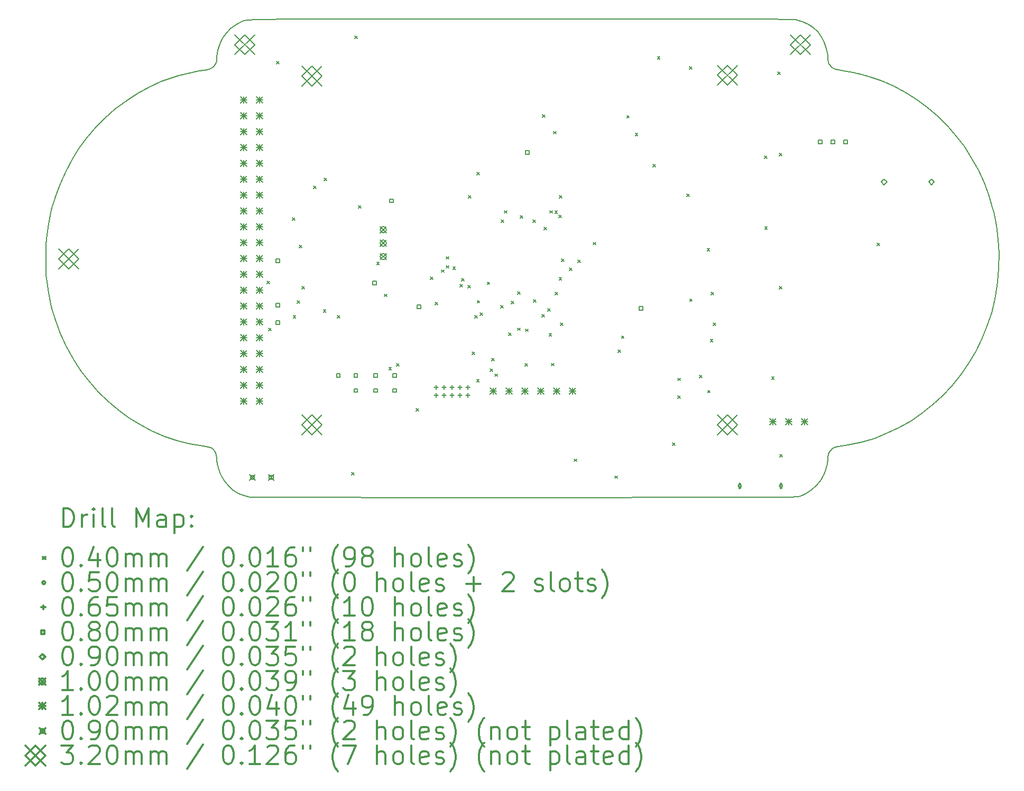
<source format=gbr>
%FSLAX45Y45*%
G04 Gerber Fmt 4.5, Leading zero omitted, Abs format (unit mm)*
G04 Created by KiCad (PCBNEW (2016-12-18 revision 3ffa37c)-master) date Tuesday, May 23, 2017 'PMt' 02:06:49 PM*
%MOMM*%
%LPD*%
G01*
G04 APERTURE LIST*
%ADD10C,0.127000*%
%ADD11C,0.150000*%
%ADD12C,0.200000*%
%ADD13C,0.300000*%
G04 APERTURE END LIST*
D10*
D11*
X13403871Y-5064494D02*
X13666055Y-5064516D01*
X13666055Y-5064516D02*
X13943394Y-5064543D01*
X13943394Y-5064543D02*
X14236324Y-5064570D01*
X14236324Y-5064570D02*
X14545279Y-5064591D01*
X14545279Y-5064591D02*
X14870695Y-5064600D01*
X14870695Y-5064600D02*
X14900000Y-5064600D01*
X14900000Y-5064600D02*
X15225195Y-5064603D01*
X15225195Y-5064603D02*
X15533889Y-5064614D01*
X15533889Y-5064614D02*
X15826513Y-5064633D01*
X15826513Y-5064633D02*
X16103500Y-5064663D01*
X16103500Y-5064663D02*
X16365282Y-5064703D01*
X16365282Y-5064703D02*
X16612291Y-5064757D01*
X16612291Y-5064757D02*
X16844958Y-5064824D01*
X16844958Y-5064824D02*
X17063715Y-5064907D01*
X17063715Y-5064907D02*
X17268995Y-5065007D01*
X17268995Y-5065007D02*
X17461230Y-5065124D01*
X17461230Y-5065124D02*
X17640851Y-5065261D01*
X17640851Y-5065261D02*
X17808291Y-5065418D01*
X17808291Y-5065418D02*
X17963981Y-5065597D01*
X17963981Y-5065597D02*
X18108354Y-5065800D01*
X18108354Y-5065800D02*
X18241842Y-5066027D01*
X18241842Y-5066027D02*
X18364876Y-5066280D01*
X18364876Y-5066280D02*
X18477888Y-5066561D01*
X18477888Y-5066561D02*
X18581311Y-5066870D01*
X18581311Y-5066870D02*
X18675577Y-5067209D01*
X18675577Y-5067209D02*
X18761117Y-5067579D01*
X18761117Y-5067579D02*
X18838363Y-5067981D01*
X18838363Y-5067981D02*
X18907748Y-5068418D01*
X18907748Y-5068418D02*
X18969703Y-5068890D01*
X18969703Y-5068890D02*
X19024661Y-5069398D01*
X19024661Y-5069398D02*
X19073053Y-5069944D01*
X19073053Y-5069944D02*
X19115312Y-5070530D01*
X19115312Y-5070530D02*
X19151869Y-5071155D01*
X19151869Y-5071155D02*
X19183156Y-5071823D01*
X19183156Y-5071823D02*
X19209606Y-5072534D01*
X19209606Y-5072534D02*
X19231650Y-5073289D01*
X19231650Y-5073289D02*
X19249720Y-5074090D01*
X19249720Y-5074090D02*
X19264249Y-5074938D01*
X19264249Y-5074938D02*
X19275669Y-5075835D01*
X19275669Y-5075835D02*
X19284410Y-5076781D01*
X19284410Y-5076781D02*
X19290906Y-5077779D01*
X19290906Y-5077779D02*
X19292380Y-5078067D01*
X19292380Y-5078067D02*
X19390309Y-5106500D01*
X19390309Y-5106500D02*
X19479746Y-5149022D01*
X19479746Y-5149022D02*
X19559829Y-5204606D01*
X19559829Y-5204606D02*
X19629698Y-5272224D01*
X19629698Y-5272224D02*
X19688490Y-5350848D01*
X19688490Y-5350848D02*
X19735342Y-5439450D01*
X19735342Y-5439450D02*
X19769394Y-5537003D01*
X19769394Y-5537003D02*
X19789783Y-5642479D01*
X19789783Y-5642479D02*
X19793073Y-5675092D01*
X19793073Y-5675092D02*
X19796952Y-5718151D01*
X19796952Y-5718151D02*
X19801106Y-5748489D01*
X19801106Y-5748489D02*
X19806569Y-5770300D01*
X19806569Y-5770300D02*
X19814373Y-5787779D01*
X19814373Y-5787779D02*
X19824841Y-5804112D01*
X19824841Y-5804112D02*
X19841678Y-5825672D01*
X19841678Y-5825672D02*
X19859890Y-5842512D01*
X19859890Y-5842512D02*
X19882263Y-5855771D01*
X19882263Y-5855771D02*
X19911586Y-5866592D01*
X19911586Y-5866592D02*
X19950647Y-5876114D01*
X19950647Y-5876114D02*
X20002232Y-5885478D01*
X20002232Y-5885478D02*
X20037212Y-5891014D01*
X20037212Y-5891014D02*
X20192983Y-5918577D01*
X20192983Y-5918577D02*
X20339016Y-5952472D01*
X20339016Y-5952472D02*
X20481878Y-5994458D01*
X20481878Y-5994458D02*
X20628135Y-6046294D01*
X20628135Y-6046294D02*
X20653560Y-6056115D01*
X20653560Y-6056115D02*
X20851592Y-6142441D01*
X20851592Y-6142441D02*
X21041742Y-6243346D01*
X21041742Y-6243346D02*
X21223400Y-6358119D01*
X21223400Y-6358119D02*
X21395957Y-6486046D01*
X21395957Y-6486046D02*
X21558801Y-6626414D01*
X21558801Y-6626414D02*
X21711323Y-6778512D01*
X21711323Y-6778512D02*
X21852913Y-6941625D01*
X21852913Y-6941625D02*
X21982959Y-7115043D01*
X21982959Y-7115043D02*
X22100853Y-7298051D01*
X22100853Y-7298051D02*
X22205984Y-7489937D01*
X22205984Y-7489937D02*
X22297742Y-7689989D01*
X22297742Y-7689989D02*
X22375516Y-7897493D01*
X22375516Y-7897493D02*
X22438697Y-8111737D01*
X22438697Y-8111737D02*
X22449063Y-8153399D01*
X22449063Y-8153399D02*
X22493503Y-8372803D01*
X22493503Y-8372803D02*
X22522257Y-8596790D01*
X22522257Y-8596790D02*
X22535296Y-8823500D01*
X22535296Y-8823500D02*
X22532594Y-9051073D01*
X22532594Y-9051073D02*
X22514122Y-9277649D01*
X22514122Y-9277649D02*
X22479855Y-9501367D01*
X22479855Y-9501367D02*
X22469607Y-9552841D01*
X22469607Y-9552841D02*
X22415580Y-9771540D01*
X22415580Y-9771540D02*
X22345706Y-9985304D01*
X22345706Y-9985304D02*
X22260522Y-10193141D01*
X22260522Y-10193141D02*
X22160565Y-10394058D01*
X22160565Y-10394058D02*
X22046371Y-10587060D01*
X22046371Y-10587060D02*
X21918478Y-10771156D01*
X21918478Y-10771156D02*
X21777422Y-10945351D01*
X21777422Y-10945351D02*
X21634259Y-11098233D01*
X21634259Y-11098233D02*
X21472290Y-11247851D01*
X21472290Y-11247851D02*
X21300848Y-11383912D01*
X21300848Y-11383912D02*
X21120740Y-11506011D01*
X21120740Y-11506011D02*
X20932773Y-11613744D01*
X20932773Y-11613744D02*
X20737753Y-11706709D01*
X20737753Y-11706709D02*
X20536486Y-11784502D01*
X20536486Y-11784502D02*
X20329780Y-11846718D01*
X20329780Y-11846718D02*
X20118440Y-11892955D01*
X20118440Y-11892955D02*
X20012681Y-11909761D01*
X20012681Y-11909761D02*
X19961533Y-11917487D01*
X19961533Y-11917487D02*
X19923804Y-11924984D01*
X19923804Y-11924984D02*
X19896034Y-11933393D01*
X19896034Y-11933393D02*
X19874766Y-11943853D01*
X19874766Y-11943853D02*
X19856541Y-11957505D01*
X19856541Y-11957505D02*
X19850127Y-11963355D01*
X19850127Y-11963355D02*
X19829024Y-11986473D01*
X19829024Y-11986473D02*
X19814042Y-12011852D01*
X19814042Y-12011852D02*
X19803730Y-12043493D01*
X19803730Y-12043493D02*
X19796634Y-12085400D01*
X19796634Y-12085400D02*
X19793000Y-12120704D01*
X19793000Y-12120704D02*
X19784677Y-12192612D01*
X19784677Y-12192612D02*
X19772497Y-12253874D01*
X19772497Y-12253874D02*
X19754873Y-12310626D01*
X19754873Y-12310626D02*
X19730220Y-12369004D01*
X19730220Y-12369004D02*
X19727117Y-12375567D01*
X19727117Y-12375567D02*
X19675732Y-12464013D01*
X19675732Y-12464013D02*
X19611264Y-12542371D01*
X19611264Y-12542371D02*
X19534940Y-12609606D01*
X19534940Y-12609606D02*
X19447986Y-12664686D01*
X19447986Y-12664686D02*
X19351630Y-12706574D01*
X19351630Y-12706574D02*
X19323833Y-12715587D01*
X19323833Y-12715587D02*
X19319590Y-12716731D01*
X19319590Y-12716731D02*
X19314351Y-12717817D01*
X19314351Y-12717817D02*
X19307681Y-12718848D01*
X19307681Y-12718848D02*
X19299143Y-12719823D01*
X19299143Y-12719823D02*
X19288303Y-12720745D01*
X19288303Y-12720745D02*
X19274723Y-12721616D01*
X19274723Y-12721616D02*
X19257968Y-12722437D01*
X19257968Y-12722437D02*
X19237602Y-12723210D01*
X19237602Y-12723210D02*
X19213188Y-12723937D01*
X19213188Y-12723937D02*
X19184292Y-12724619D01*
X19184292Y-12724619D02*
X19150477Y-12725257D01*
X19150477Y-12725257D02*
X19111306Y-12725854D01*
X19111306Y-12725854D02*
X19066344Y-12726412D01*
X19066344Y-12726412D02*
X19015156Y-12726931D01*
X19015156Y-12726931D02*
X18957304Y-12727413D01*
X18957304Y-12727413D02*
X18892353Y-12727860D01*
X18892353Y-12727860D02*
X18819868Y-12728275D01*
X18819868Y-12728275D02*
X18739411Y-12728657D01*
X18739411Y-12728657D02*
X18650548Y-12729009D01*
X18650548Y-12729009D02*
X18552842Y-12729333D01*
X18552842Y-12729333D02*
X18445857Y-12729631D01*
X18445857Y-12729631D02*
X18329157Y-12729903D01*
X18329157Y-12729903D02*
X18202306Y-12730152D01*
X18202306Y-12730152D02*
X18064869Y-12730379D01*
X18064869Y-12730379D02*
X17916408Y-12730586D01*
X17916408Y-12730586D02*
X17756489Y-12730774D01*
X17756489Y-12730774D02*
X17584676Y-12730946D01*
X17584676Y-12730946D02*
X17400531Y-12731102D01*
X17400531Y-12731102D02*
X17203620Y-12731245D01*
X17203620Y-12731245D02*
X16993506Y-12731375D01*
X16993506Y-12731375D02*
X16769754Y-12731496D01*
X16769754Y-12731496D02*
X16531927Y-12731608D01*
X16531927Y-12731608D02*
X16279589Y-12731713D01*
X16279589Y-12731713D02*
X16012305Y-12731812D01*
X16012305Y-12731812D02*
X15729639Y-12731908D01*
X15729639Y-12731908D02*
X15431154Y-12732002D01*
X15431154Y-12732002D02*
X15116414Y-12732095D01*
X15116414Y-12732095D02*
X14933867Y-12732148D01*
X14933867Y-12732148D02*
X14614587Y-12732223D01*
X14614587Y-12732223D02*
X14304852Y-12732265D01*
X14304852Y-12732265D02*
X14004977Y-12732275D01*
X14004977Y-12732275D02*
X13715278Y-12732252D01*
X13715278Y-12732252D02*
X13436068Y-12732198D01*
X13436068Y-12732198D02*
X13167664Y-12732112D01*
X13167664Y-12732112D02*
X12910381Y-12731996D01*
X12910381Y-12731996D02*
X12664532Y-12731849D01*
X12664532Y-12731849D02*
X12430435Y-12731672D01*
X12430435Y-12731672D02*
X12208403Y-12731466D01*
X12208403Y-12731466D02*
X11998751Y-12731231D01*
X11998751Y-12731231D02*
X11801796Y-12730968D01*
X11801796Y-12730968D02*
X11617851Y-12730677D01*
X11617851Y-12730677D02*
X11447232Y-12730358D01*
X11447232Y-12730358D02*
X11290253Y-12730012D01*
X11290253Y-12730012D02*
X11147231Y-12729640D01*
X11147231Y-12729640D02*
X11018480Y-12729241D01*
X11018480Y-12729241D02*
X10904315Y-12728817D01*
X10904315Y-12728817D02*
X10805052Y-12728369D01*
X10805052Y-12728369D02*
X10721004Y-12727895D01*
X10721004Y-12727895D02*
X10652488Y-12727397D01*
X10652488Y-12727397D02*
X10599818Y-12726876D01*
X10599818Y-12726876D02*
X10563310Y-12726331D01*
X10563310Y-12726331D02*
X10543278Y-12725764D01*
X10543278Y-12725764D02*
X10539725Y-12725502D01*
X10539725Y-12725502D02*
X10445208Y-12703581D01*
X10445208Y-12703581D02*
X10355703Y-12666305D01*
X10355703Y-12666305D02*
X10272788Y-12614899D01*
X10272788Y-12614899D02*
X10198041Y-12550591D01*
X10198041Y-12550591D02*
X10133042Y-12474605D01*
X10133042Y-12474605D02*
X10079367Y-12388169D01*
X10079367Y-12388169D02*
X10063498Y-12355562D01*
X10063498Y-12355562D02*
X10045526Y-12308277D01*
X10045526Y-12308277D02*
X10029380Y-12251824D01*
X10029380Y-12251824D02*
X10016528Y-12192710D01*
X10016528Y-12192710D02*
X10008438Y-12137442D01*
X10008438Y-12137442D02*
X10006378Y-12102245D01*
X10006378Y-12102245D02*
X9999005Y-12047523D01*
X9999005Y-12047523D02*
X9978351Y-11998653D01*
X9978351Y-11998653D02*
X9946193Y-11958804D01*
X9946193Y-11958804D02*
X9912836Y-11935267D01*
X9912836Y-11935267D02*
X9896136Y-11929713D01*
X9896136Y-11929713D02*
X9866846Y-11923031D01*
X9866846Y-11923031D02*
X9829190Y-11916089D01*
X9829190Y-11916089D02*
X9790069Y-11910116D01*
X9790069Y-11910116D02*
X9578546Y-11872577D01*
X9578546Y-11872577D02*
X9371415Y-11819015D01*
X9371415Y-11819015D02*
X9169444Y-11749947D01*
X9169444Y-11749947D02*
X8973399Y-11665889D01*
X8973399Y-11665889D02*
X8784049Y-11567359D01*
X8784049Y-11567359D02*
X8602160Y-11454875D01*
X8602160Y-11454875D02*
X8428501Y-11328953D01*
X8428501Y-11328953D02*
X8263837Y-11190110D01*
X8263837Y-11190110D02*
X8108938Y-11038864D01*
X8108938Y-11038864D02*
X7964569Y-10875732D01*
X7964569Y-10875732D02*
X7831499Y-10701231D01*
X7831499Y-10701231D02*
X7710495Y-10515879D01*
X7710495Y-10515879D02*
X7703085Y-10503501D01*
X7703085Y-10503501D02*
X7594490Y-10305521D01*
X7594490Y-10305521D02*
X7501368Y-10102132D01*
X7501368Y-10102132D02*
X7423466Y-9892576D01*
X7423466Y-9892576D02*
X7360535Y-9676092D01*
X7360535Y-9676092D02*
X7312322Y-9451923D01*
X7312322Y-9451923D02*
X7278850Y-9221733D01*
X7278850Y-9221733D02*
X7274860Y-9174415D01*
X7274860Y-9174415D02*
X7271792Y-9113696D01*
X7271792Y-9113696D02*
X7269647Y-9043076D01*
X7269647Y-9043076D02*
X7268423Y-8966059D01*
X7268423Y-8966059D02*
X7268133Y-8888832D01*
X7268133Y-8888832D02*
X7268122Y-8886146D01*
X7268122Y-8886146D02*
X7268744Y-8806839D01*
X7268744Y-8806839D02*
X7270287Y-8731639D01*
X7270287Y-8731639D02*
X7272752Y-8664049D01*
X7272752Y-8664049D02*
X7276139Y-8607571D01*
X7276139Y-8607571D02*
X7278859Y-8578267D01*
X7278859Y-8578267D02*
X7312406Y-8346762D01*
X7312406Y-8346762D02*
X7359895Y-8124385D01*
X7359895Y-8124385D02*
X7421682Y-7910152D01*
X7421682Y-7910152D02*
X7498123Y-7703082D01*
X7498123Y-7703082D02*
X7589575Y-7502193D01*
X7589575Y-7502193D02*
X7696394Y-7306504D01*
X7696394Y-7306504D02*
X7799778Y-7143167D01*
X7799778Y-7143167D02*
X7927824Y-6967798D01*
X7927824Y-6967798D02*
X8068412Y-6802642D01*
X8068412Y-6802642D02*
X8220530Y-6648441D01*
X8220530Y-6648441D02*
X8383164Y-6505938D01*
X8383164Y-6505938D02*
X8555303Y-6375876D01*
X8555303Y-6375876D02*
X8735936Y-6258997D01*
X8735936Y-6258997D02*
X8924048Y-6156045D01*
X8924048Y-6156045D02*
X9118629Y-6067761D01*
X9118629Y-6067761D02*
X9318666Y-5994890D01*
X9318666Y-5994890D02*
X9396936Y-5971097D01*
X9396936Y-5971097D02*
X9504202Y-5942738D01*
X9504202Y-5942738D02*
X9616531Y-5917480D01*
X9616531Y-5917480D02*
X9726538Y-5896880D01*
X9726538Y-5896880D02*
X9803067Y-5885426D01*
X9803067Y-5885426D02*
X9860298Y-5875767D01*
X9860298Y-5875767D02*
X9903937Y-5862887D01*
X9903937Y-5862887D02*
X9937221Y-5845465D01*
X9937221Y-5845465D02*
X9963384Y-5822178D01*
X9963384Y-5822178D02*
X9966374Y-5818720D01*
X9966374Y-5818720D02*
X9982788Y-5795480D01*
X9982788Y-5795480D02*
X9994440Y-5768701D01*
X9994440Y-5768701D02*
X10002436Y-5734469D01*
X10002436Y-5734469D02*
X10007886Y-5688869D01*
X10007886Y-5688869D02*
X10009658Y-5665733D01*
X10009658Y-5665733D02*
X10024817Y-5560840D01*
X10024817Y-5560840D02*
X10055053Y-5462460D01*
X10055053Y-5462460D02*
X10099570Y-5371776D01*
X10099570Y-5371776D02*
X10157574Y-5289971D01*
X10157574Y-5289971D02*
X10228270Y-5218226D01*
X10228270Y-5218226D02*
X10310862Y-5157726D01*
X10310862Y-5157726D02*
X10374567Y-5123061D01*
X10374567Y-5123061D02*
X10383086Y-5118720D01*
X10383086Y-5118720D02*
X10390235Y-5114598D01*
X10390235Y-5114598D02*
X10396449Y-5110689D01*
X10396449Y-5110689D02*
X10402163Y-5106988D01*
X10402163Y-5106988D02*
X10407812Y-5103488D01*
X10407812Y-5103488D02*
X10413830Y-5100185D01*
X10413830Y-5100185D02*
X10420652Y-5097073D01*
X10420652Y-5097073D02*
X10428714Y-5094145D01*
X10428714Y-5094145D02*
X10438449Y-5091397D01*
X10438449Y-5091397D02*
X10450294Y-5088823D01*
X10450294Y-5088823D02*
X10464683Y-5086417D01*
X10464683Y-5086417D02*
X10482051Y-5084173D01*
X10482051Y-5084173D02*
X10502832Y-5082087D01*
X10502832Y-5082087D02*
X10527462Y-5080151D01*
X10527462Y-5080151D02*
X10556376Y-5078362D01*
X10556376Y-5078362D02*
X10590007Y-5076712D01*
X10590007Y-5076712D02*
X10628793Y-5075197D01*
X10628793Y-5075197D02*
X10673166Y-5073811D01*
X10673166Y-5073811D02*
X10723562Y-5072548D01*
X10723562Y-5072548D02*
X10780416Y-5071403D01*
X10780416Y-5071403D02*
X10844164Y-5070369D01*
X10844164Y-5070369D02*
X10915238Y-5069443D01*
X10915238Y-5069443D02*
X10994076Y-5068616D01*
X10994076Y-5068616D02*
X11081111Y-5067885D01*
X11081111Y-5067885D02*
X11176778Y-5067244D01*
X11176778Y-5067244D02*
X11281512Y-5066686D01*
X11281512Y-5066686D02*
X11395749Y-5066207D01*
X11395749Y-5066207D02*
X11519923Y-5065800D01*
X11519923Y-5065800D02*
X11654468Y-5065460D01*
X11654468Y-5065460D02*
X11799821Y-5065182D01*
X11799821Y-5065182D02*
X11956415Y-5064960D01*
X11956415Y-5064960D02*
X12124685Y-5064788D01*
X12124685Y-5064788D02*
X12305068Y-5064660D01*
X12305068Y-5064660D02*
X12497996Y-5064572D01*
X12497996Y-5064572D02*
X12703906Y-5064516D01*
X12703906Y-5064516D02*
X12923232Y-5064489D01*
X12923232Y-5064489D02*
X13156409Y-5064483D01*
X13156409Y-5064483D02*
X13403871Y-5064494D01*
D12*
X10814400Y-9265000D02*
X10854400Y-9305000D01*
X10854400Y-9265000D02*
X10814400Y-9305000D01*
X10839800Y-10018900D02*
X10879800Y-10058900D01*
X10879800Y-10018900D02*
X10839800Y-10058900D01*
X10966800Y-5742000D02*
X11006800Y-5782000D01*
X11006800Y-5742000D02*
X10966800Y-5782000D01*
X11220490Y-8249000D02*
X11260490Y-8289000D01*
X11260490Y-8249000D02*
X11220490Y-8289000D01*
X11230100Y-9815530D02*
X11270100Y-9855530D01*
X11270100Y-9815530D02*
X11230100Y-9855530D01*
X11297000Y-9577400D02*
X11337000Y-9617400D01*
X11337000Y-9577400D02*
X11297000Y-9617400D01*
X11325920Y-8692590D02*
X11365920Y-8732590D01*
X11365920Y-8692590D02*
X11325920Y-8732590D01*
X11373200Y-9348800D02*
X11413200Y-9388800D01*
X11413200Y-9348800D02*
X11373200Y-9388800D01*
X11555460Y-7740550D02*
X11595460Y-7780550D01*
X11595460Y-7740550D02*
X11555460Y-7780550D01*
X11713820Y-9723430D02*
X11753820Y-9763430D01*
X11753820Y-9723430D02*
X11713820Y-9763430D01*
X11726620Y-7614000D02*
X11766620Y-7654000D01*
X11766620Y-7614000D02*
X11726620Y-7654000D01*
X11938340Y-9817760D02*
X11978340Y-9857760D01*
X11978340Y-9817760D02*
X11938340Y-9857760D01*
X12163750Y-12331200D02*
X12203750Y-12371200D01*
X12203750Y-12331200D02*
X12163750Y-12371200D01*
X12218150Y-5338950D02*
X12258150Y-5378950D01*
X12258150Y-5338950D02*
X12218150Y-5378950D01*
X12278440Y-8056230D02*
X12318440Y-8096230D01*
X12318440Y-8056230D02*
X12278440Y-8096230D01*
X12569070Y-8963830D02*
X12609070Y-9003830D01*
X12609070Y-8963830D02*
X12569070Y-9003830D01*
X12691890Y-9473780D02*
X12731890Y-9513780D01*
X12731890Y-9473780D02*
X12691890Y-9513780D01*
X12762470Y-10647740D02*
X12802470Y-10687740D01*
X12802470Y-10647740D02*
X12762470Y-10687740D01*
X12889020Y-10584310D02*
X12929020Y-10624310D01*
X12929020Y-10584310D02*
X12889020Y-10624310D01*
X13202000Y-11304600D02*
X13242000Y-11344600D01*
X13242000Y-11304600D02*
X13202000Y-11344600D01*
X13430600Y-9196400D02*
X13470600Y-9236400D01*
X13470600Y-9196400D02*
X13430600Y-9236400D01*
X13506800Y-9602800D02*
X13546800Y-9642800D01*
X13546800Y-9602800D02*
X13506800Y-9642800D01*
X13603370Y-9084120D02*
X13643370Y-9124120D01*
X13643370Y-9084120D02*
X13603370Y-9124120D01*
X13682381Y-8872249D02*
X13722381Y-8912249D01*
X13722381Y-8872249D02*
X13682381Y-8912249D01*
X13684440Y-9015800D02*
X13724440Y-9055800D01*
X13724440Y-9015800D02*
X13684440Y-9055800D01*
X13788679Y-9035706D02*
X13828679Y-9075706D01*
X13828679Y-9035706D02*
X13788679Y-9075706D01*
X13905358Y-9318020D02*
X13945358Y-9358020D01*
X13945358Y-9318020D02*
X13905358Y-9358020D01*
X13925670Y-9226274D02*
X13965670Y-9266274D01*
X13965670Y-9226274D02*
X13925670Y-9266274D01*
X14030359Y-9330590D02*
X14070359Y-9370590D01*
X14070359Y-9330590D02*
X14030359Y-9370590D01*
X14040000Y-7893200D02*
X14080000Y-7933200D01*
X14080000Y-7893200D02*
X14040000Y-7933200D01*
X14096800Y-10401380D02*
X14136800Y-10441380D01*
X14136800Y-10401380D02*
X14096800Y-10441380D01*
X14140748Y-9818558D02*
X14180748Y-9858558D01*
X14180748Y-9818558D02*
X14140748Y-9858558D01*
X14170000Y-10839200D02*
X14210000Y-10879200D01*
X14210000Y-10839200D02*
X14170000Y-10879200D01*
X14176000Y-7523200D02*
X14216000Y-7563200D01*
X14216000Y-7523200D02*
X14176000Y-7563200D01*
X14178000Y-9574200D02*
X14218000Y-9614200D01*
X14218000Y-9574200D02*
X14178000Y-9614200D01*
X14224790Y-9775700D02*
X14264790Y-9815700D01*
X14264790Y-9775700D02*
X14224790Y-9815700D01*
X14338163Y-9278753D02*
X14378163Y-9318753D01*
X14378163Y-9278753D02*
X14338163Y-9318753D01*
X14385691Y-10672002D02*
X14425691Y-10712002D01*
X14425691Y-10672002D02*
X14385691Y-10712002D01*
X14412000Y-10501200D02*
X14452000Y-10541200D01*
X14452000Y-10501200D02*
X14412000Y-10541200D01*
X14464000Y-10751200D02*
X14504000Y-10791200D01*
X14504000Y-10751200D02*
X14464000Y-10791200D01*
X14552324Y-9652109D02*
X14592324Y-9692109D01*
X14592324Y-9652109D02*
X14552324Y-9692109D01*
X14565500Y-8283700D02*
X14605500Y-8323700D01*
X14605500Y-8283700D02*
X14565500Y-8323700D01*
X14614000Y-8134200D02*
X14654000Y-8174200D01*
X14654000Y-8134200D02*
X14614000Y-8174200D01*
X14682000Y-10095200D02*
X14722000Y-10135200D01*
X14722000Y-10095200D02*
X14682000Y-10135200D01*
X14723315Y-9589608D02*
X14763315Y-9629608D01*
X14763315Y-9589608D02*
X14723315Y-9629608D01*
X14825000Y-10015699D02*
X14865000Y-10055699D01*
X14865000Y-10015699D02*
X14825000Y-10055699D01*
X14828000Y-9436699D02*
X14868000Y-9476699D01*
X14868000Y-9436699D02*
X14828000Y-9476699D01*
X14869000Y-8214200D02*
X14909000Y-8254200D01*
X14909000Y-8214200D02*
X14869000Y-8254200D01*
X14941000Y-10587200D02*
X14981000Y-10627200D01*
X14981000Y-10587200D02*
X14941000Y-10627200D01*
X14955000Y-10032699D02*
X14995000Y-10072699D01*
X14995000Y-10032699D02*
X14955000Y-10072699D01*
X15071309Y-8283300D02*
X15111309Y-8323300D01*
X15111309Y-8283300D02*
X15071309Y-8323300D01*
X15080271Y-9560234D02*
X15120271Y-9600234D01*
X15120271Y-9560234D02*
X15080271Y-9600234D01*
X15214560Y-9797759D02*
X15254560Y-9837759D01*
X15254560Y-9797759D02*
X15214560Y-9837759D01*
X15224660Y-6601300D02*
X15264660Y-6641300D01*
X15264660Y-6601300D02*
X15224660Y-6641300D01*
X15245477Y-8399841D02*
X15285477Y-8439841D01*
X15285477Y-8399841D02*
X15245477Y-8439841D01*
X15305206Y-9707113D02*
X15345206Y-9747113D01*
X15345206Y-9707113D02*
X15305206Y-9747113D01*
X15330000Y-10101200D02*
X15370000Y-10141200D01*
X15370000Y-10101200D02*
X15330000Y-10141200D01*
X15342749Y-8134841D02*
X15382749Y-8174841D01*
X15382749Y-8134841D02*
X15342749Y-8174841D01*
X15366499Y-10583200D02*
X15406499Y-10623200D01*
X15406499Y-10583200D02*
X15366499Y-10623200D01*
X15403000Y-6866200D02*
X15443000Y-6906200D01*
X15443000Y-6866200D02*
X15403000Y-6906200D01*
X15422705Y-8137529D02*
X15462705Y-8177529D01*
X15462705Y-8137529D02*
X15422705Y-8177529D01*
X15425000Y-9441200D02*
X15465000Y-9481200D01*
X15465000Y-9441200D02*
X15425000Y-9481200D01*
X15484000Y-8208699D02*
X15524000Y-8248699D01*
X15524000Y-8208699D02*
X15484000Y-8248699D01*
X15490770Y-9204480D02*
X15530770Y-9244480D01*
X15530770Y-9204480D02*
X15490770Y-9244480D01*
X15493000Y-7896200D02*
X15533000Y-7936200D01*
X15533000Y-7896200D02*
X15493000Y-7936200D01*
X15511404Y-9933200D02*
X15551404Y-9973200D01*
X15551404Y-9933200D02*
X15511404Y-9973200D01*
X15525970Y-8912810D02*
X15565970Y-8952810D01*
X15565970Y-8912810D02*
X15525970Y-8952810D01*
X15657458Y-9056711D02*
X15697458Y-9096711D01*
X15697458Y-9056711D02*
X15657458Y-9096711D01*
X15730520Y-12113840D02*
X15770520Y-12153840D01*
X15770520Y-12113840D02*
X15730520Y-12153840D01*
X15790300Y-8923869D02*
X15830300Y-8963869D01*
X15830300Y-8923869D02*
X15790300Y-8963869D01*
X16038000Y-8643700D02*
X16078000Y-8683700D01*
X16078000Y-8643700D02*
X16038000Y-8683700D01*
X16383000Y-12385150D02*
X16423000Y-12425150D01*
X16423000Y-12385150D02*
X16383000Y-12425150D01*
X16435790Y-10363700D02*
X16475790Y-10403700D01*
X16475790Y-10363700D02*
X16435790Y-10403700D01*
X16489330Y-10141140D02*
X16529330Y-10181140D01*
X16529330Y-10141140D02*
X16489330Y-10181140D01*
X16574380Y-6611110D02*
X16614380Y-6651110D01*
X16614380Y-6611110D02*
X16574380Y-6651110D01*
X16708000Y-6894730D02*
X16748000Y-6934730D01*
X16748000Y-6894730D02*
X16708000Y-6934730D01*
X16990769Y-7391820D02*
X17030769Y-7431820D01*
X17030769Y-7391820D02*
X16990769Y-7431820D01*
X17064710Y-5667990D02*
X17104710Y-5707990D01*
X17104710Y-5667990D02*
X17064710Y-5707990D01*
X17303050Y-11853880D02*
X17343050Y-11893880D01*
X17343050Y-11853880D02*
X17303050Y-11893880D01*
X17391220Y-10818700D02*
X17431220Y-10858700D01*
X17431220Y-10818700D02*
X17391220Y-10858700D01*
X17393000Y-11101400D02*
X17433000Y-11141400D01*
X17433000Y-11101400D02*
X17393000Y-11141400D01*
X17536880Y-7867400D02*
X17576880Y-7907400D01*
X17576880Y-7867400D02*
X17536880Y-7907400D01*
X17579500Y-5826960D02*
X17619500Y-5866960D01*
X17619500Y-5826960D02*
X17579500Y-5866960D01*
X17580000Y-9550200D02*
X17620000Y-9590200D01*
X17620000Y-9550200D02*
X17580000Y-9590200D01*
X17737670Y-10772940D02*
X17777670Y-10812940D01*
X17777670Y-10772940D02*
X17737670Y-10812940D01*
X17860499Y-8740840D02*
X17900499Y-8780840D01*
X17900499Y-8740840D02*
X17860499Y-8780840D01*
X17868270Y-11013700D02*
X17908270Y-11053700D01*
X17908270Y-11013700D02*
X17868270Y-11053700D01*
X17911800Y-10195920D02*
X17951800Y-10235920D01*
X17951800Y-10195920D02*
X17911800Y-10235920D01*
X17923000Y-9446200D02*
X17963000Y-9486200D01*
X17963000Y-9446200D02*
X17923000Y-9486200D01*
X17959000Y-9932200D02*
X17999000Y-9972200D01*
X17999000Y-9932200D02*
X17959000Y-9972200D01*
X18778500Y-7258020D02*
X18818500Y-7298020D01*
X18818500Y-7258020D02*
X18778500Y-7298020D01*
X18784490Y-8391600D02*
X18824490Y-8431600D01*
X18824490Y-8391600D02*
X18784490Y-8431600D01*
X18893000Y-10800310D02*
X18933000Y-10840310D01*
X18933000Y-10800310D02*
X18893000Y-10840310D01*
X18991960Y-5911450D02*
X19031960Y-5951450D01*
X19031960Y-5911450D02*
X18991960Y-5951450D01*
X19018600Y-7215200D02*
X19058600Y-7255200D01*
X19058600Y-7215200D02*
X19018600Y-7255200D01*
X19018600Y-9348800D02*
X19058600Y-9388800D01*
X19058600Y-9348800D02*
X19018600Y-9388800D01*
X19025140Y-12040270D02*
X19065140Y-12080270D01*
X19065140Y-12040270D02*
X19025140Y-12080270D01*
X20583000Y-8656200D02*
X20623000Y-8696200D01*
X20623000Y-8656200D02*
X20583000Y-8696200D01*
X18408000Y-12546200D02*
G75*
G03X18408000Y-12546200I-25000J0D01*
G01*
X18398000Y-12581200D02*
X18398000Y-12511200D01*
X18368000Y-12581200D02*
X18368000Y-12511200D01*
X18398000Y-12511200D02*
G75*
G03X18368000Y-12511200I-15000J0D01*
G01*
X18368000Y-12581200D02*
G75*
G03X18398000Y-12581200I15000J0D01*
G01*
X19068000Y-12546200D02*
G75*
G03X19068000Y-12546200I-25000J0D01*
G01*
X19058000Y-12581200D02*
X19058000Y-12511200D01*
X19028000Y-12581200D02*
X19028000Y-12511200D01*
X19058000Y-12511200D02*
G75*
G03X19028000Y-12511200I-15000J0D01*
G01*
X19028000Y-12581200D02*
G75*
G03X19058000Y-12581200I15000J0D01*
G01*
X13518000Y-10931700D02*
X13518000Y-10996700D01*
X13485500Y-10964200D02*
X13550500Y-10964200D01*
X13518000Y-11058700D02*
X13518000Y-11123700D01*
X13485500Y-11091200D02*
X13550500Y-11091200D01*
X13645000Y-10931700D02*
X13645000Y-10996700D01*
X13612500Y-10964200D02*
X13677500Y-10964200D01*
X13645000Y-11058700D02*
X13645000Y-11123700D01*
X13612500Y-11091200D02*
X13677500Y-11091200D01*
X13772000Y-10931700D02*
X13772000Y-10996700D01*
X13739500Y-10964200D02*
X13804500Y-10964200D01*
X13772000Y-11058700D02*
X13772000Y-11123700D01*
X13739500Y-11091200D02*
X13804500Y-11091200D01*
X13899000Y-10931700D02*
X13899000Y-10996700D01*
X13866500Y-10964200D02*
X13931500Y-10964200D01*
X13899000Y-11058700D02*
X13899000Y-11123700D01*
X13866500Y-11091200D02*
X13931500Y-11091200D01*
X14026000Y-10931700D02*
X14026000Y-10996700D01*
X13993500Y-10964200D02*
X14058500Y-10964200D01*
X14026000Y-11058700D02*
X14026000Y-11123700D01*
X13993500Y-11091200D02*
X14058500Y-11091200D01*
X11015085Y-8965285D02*
X11015085Y-8908716D01*
X10958516Y-8908716D01*
X10958516Y-8965285D01*
X11015085Y-8965285D01*
X11015085Y-9676485D02*
X11015085Y-9619916D01*
X10958516Y-9619916D01*
X10958516Y-9676485D01*
X11015085Y-9676485D01*
X11015085Y-9955885D02*
X11015085Y-9899316D01*
X10958516Y-9899316D01*
X10958516Y-9955885D01*
X11015085Y-9955885D01*
X11981284Y-10804485D02*
X11981284Y-10747916D01*
X11924715Y-10747916D01*
X11924715Y-10804485D01*
X11981284Y-10804485D01*
X12261284Y-10804485D02*
X12261284Y-10747916D01*
X12204715Y-10747916D01*
X12204715Y-10804485D01*
X12261284Y-10804485D01*
X12261284Y-11044485D02*
X12261284Y-10987916D01*
X12204715Y-10987916D01*
X12204715Y-11044485D01*
X12261284Y-11044485D01*
X12564484Y-9320885D02*
X12564484Y-9264316D01*
X12507915Y-9264316D01*
X12507915Y-9320885D01*
X12564484Y-9320885D01*
X12581284Y-10804485D02*
X12581284Y-10747916D01*
X12524715Y-10747916D01*
X12524715Y-10804485D01*
X12581284Y-10804485D01*
X12581284Y-11044485D02*
X12581284Y-10987916D01*
X12524715Y-10987916D01*
X12524715Y-11044485D01*
X12581284Y-11044485D01*
X12831284Y-8004484D02*
X12831284Y-7947915D01*
X12774715Y-7947915D01*
X12774715Y-8004484D01*
X12831284Y-8004484D01*
X12881284Y-10804485D02*
X12881284Y-10747916D01*
X12824715Y-10747916D01*
X12824715Y-10804485D01*
X12881284Y-10804485D01*
X12881284Y-11044485D02*
X12881284Y-10987916D01*
X12824715Y-10987916D01*
X12824715Y-11044485D01*
X12881284Y-11044485D01*
X13275684Y-9701885D02*
X13275684Y-9645316D01*
X13219115Y-9645316D01*
X13219115Y-9701885D01*
X13275684Y-9701885D01*
X15006284Y-7229484D02*
X15006284Y-7172915D01*
X14949715Y-7172915D01*
X14949715Y-7229484D01*
X15006284Y-7229484D01*
X16831685Y-9727285D02*
X16831685Y-9670716D01*
X16775115Y-9670716D01*
X16775115Y-9727285D01*
X16831685Y-9727285D01*
X19701885Y-7060284D02*
X19701885Y-7003715D01*
X19645316Y-7003715D01*
X19645316Y-7060284D01*
X19701885Y-7060284D01*
X19905085Y-7060284D02*
X19905085Y-7003715D01*
X19848516Y-7003715D01*
X19848516Y-7060284D01*
X19905085Y-7060284D01*
X20108285Y-7060284D02*
X20108285Y-7003715D01*
X20051716Y-7003715D01*
X20051716Y-7060284D01*
X20108285Y-7060284D01*
X20693000Y-7721200D02*
X20738000Y-7676200D01*
X20693000Y-7631200D01*
X20648000Y-7676200D01*
X20693000Y-7721200D01*
X21453000Y-7721200D02*
X21498000Y-7676200D01*
X21453000Y-7631200D01*
X21408000Y-7676200D01*
X21453000Y-7721200D01*
X12623000Y-8391200D02*
X12723000Y-8491200D01*
X12723000Y-8391200D02*
X12623000Y-8491200D01*
X12723000Y-8441200D02*
G75*
G03X12723000Y-8441200I-50000J0D01*
G01*
X12623000Y-8606200D02*
X12723000Y-8706200D01*
X12723000Y-8606200D02*
X12623000Y-8706200D01*
X12723000Y-8656200D02*
G75*
G03X12723000Y-8656200I-50000J0D01*
G01*
X12623000Y-8821200D02*
X12723000Y-8921200D01*
X12723000Y-8821200D02*
X12623000Y-8921200D01*
X12723000Y-8871200D02*
G75*
G03X12723000Y-8871200I-50000J0D01*
G01*
X10389200Y-6313200D02*
X10490800Y-6414800D01*
X10490800Y-6313200D02*
X10389200Y-6414800D01*
X10440000Y-6313200D02*
X10440000Y-6414800D01*
X10389200Y-6364000D02*
X10490800Y-6364000D01*
X10389200Y-6567200D02*
X10490800Y-6668800D01*
X10490800Y-6567200D02*
X10389200Y-6668800D01*
X10440000Y-6567200D02*
X10440000Y-6668800D01*
X10389200Y-6618000D02*
X10490800Y-6618000D01*
X10389200Y-6821200D02*
X10490800Y-6922800D01*
X10490800Y-6821200D02*
X10389200Y-6922800D01*
X10440000Y-6821200D02*
X10440000Y-6922800D01*
X10389200Y-6872000D02*
X10490800Y-6872000D01*
X10389200Y-7075200D02*
X10490800Y-7176800D01*
X10490800Y-7075200D02*
X10389200Y-7176800D01*
X10440000Y-7075200D02*
X10440000Y-7176800D01*
X10389200Y-7126000D02*
X10490800Y-7126000D01*
X10389200Y-7329200D02*
X10490800Y-7430800D01*
X10490800Y-7329200D02*
X10389200Y-7430800D01*
X10440000Y-7329200D02*
X10440000Y-7430800D01*
X10389200Y-7380000D02*
X10490800Y-7380000D01*
X10389200Y-7583200D02*
X10490800Y-7684800D01*
X10490800Y-7583200D02*
X10389200Y-7684800D01*
X10440000Y-7583200D02*
X10440000Y-7684800D01*
X10389200Y-7634000D02*
X10490800Y-7634000D01*
X10389200Y-7837200D02*
X10490800Y-7938800D01*
X10490800Y-7837200D02*
X10389200Y-7938800D01*
X10440000Y-7837200D02*
X10440000Y-7938800D01*
X10389200Y-7888000D02*
X10490800Y-7888000D01*
X10389200Y-8091200D02*
X10490800Y-8192800D01*
X10490800Y-8091200D02*
X10389200Y-8192800D01*
X10440000Y-8091200D02*
X10440000Y-8192800D01*
X10389200Y-8142000D02*
X10490800Y-8142000D01*
X10389200Y-8345200D02*
X10490800Y-8446800D01*
X10490800Y-8345200D02*
X10389200Y-8446800D01*
X10440000Y-8345200D02*
X10440000Y-8446800D01*
X10389200Y-8396000D02*
X10490800Y-8396000D01*
X10389200Y-8599200D02*
X10490800Y-8700800D01*
X10490800Y-8599200D02*
X10389200Y-8700800D01*
X10440000Y-8599200D02*
X10440000Y-8700800D01*
X10389200Y-8650000D02*
X10490800Y-8650000D01*
X10389200Y-8853200D02*
X10490800Y-8954800D01*
X10490800Y-8853200D02*
X10389200Y-8954800D01*
X10440000Y-8853200D02*
X10440000Y-8954800D01*
X10389200Y-8904000D02*
X10490800Y-8904000D01*
X10389200Y-9107200D02*
X10490800Y-9208800D01*
X10490800Y-9107200D02*
X10389200Y-9208800D01*
X10440000Y-9107200D02*
X10440000Y-9208800D01*
X10389200Y-9158000D02*
X10490800Y-9158000D01*
X10389200Y-9361200D02*
X10490800Y-9462800D01*
X10490800Y-9361200D02*
X10389200Y-9462800D01*
X10440000Y-9361200D02*
X10440000Y-9462800D01*
X10389200Y-9412000D02*
X10490800Y-9412000D01*
X10389200Y-9615200D02*
X10490800Y-9716800D01*
X10490800Y-9615200D02*
X10389200Y-9716800D01*
X10440000Y-9615200D02*
X10440000Y-9716800D01*
X10389200Y-9666000D02*
X10490800Y-9666000D01*
X10389200Y-9869200D02*
X10490800Y-9970800D01*
X10490800Y-9869200D02*
X10389200Y-9970800D01*
X10440000Y-9869200D02*
X10440000Y-9970800D01*
X10389200Y-9920000D02*
X10490800Y-9920000D01*
X10389200Y-10123200D02*
X10490800Y-10224800D01*
X10490800Y-10123200D02*
X10389200Y-10224800D01*
X10440000Y-10123200D02*
X10440000Y-10224800D01*
X10389200Y-10174000D02*
X10490800Y-10174000D01*
X10389200Y-10377200D02*
X10490800Y-10478800D01*
X10490800Y-10377200D02*
X10389200Y-10478800D01*
X10440000Y-10377200D02*
X10440000Y-10478800D01*
X10389200Y-10428000D02*
X10490800Y-10428000D01*
X10389200Y-10631200D02*
X10490800Y-10732800D01*
X10490800Y-10631200D02*
X10389200Y-10732800D01*
X10440000Y-10631200D02*
X10440000Y-10732800D01*
X10389200Y-10682000D02*
X10490800Y-10682000D01*
X10389200Y-10885200D02*
X10490800Y-10986800D01*
X10490800Y-10885200D02*
X10389200Y-10986800D01*
X10440000Y-10885200D02*
X10440000Y-10986800D01*
X10389200Y-10936000D02*
X10490800Y-10936000D01*
X10389200Y-11139200D02*
X10490800Y-11240800D01*
X10490800Y-11139200D02*
X10389200Y-11240800D01*
X10440000Y-11139200D02*
X10440000Y-11240800D01*
X10389200Y-11190000D02*
X10490800Y-11190000D01*
X10643200Y-6313200D02*
X10744800Y-6414800D01*
X10744800Y-6313200D02*
X10643200Y-6414800D01*
X10694000Y-6313200D02*
X10694000Y-6414800D01*
X10643200Y-6364000D02*
X10744800Y-6364000D01*
X10643200Y-6567200D02*
X10744800Y-6668800D01*
X10744800Y-6567200D02*
X10643200Y-6668800D01*
X10694000Y-6567200D02*
X10694000Y-6668800D01*
X10643200Y-6618000D02*
X10744800Y-6618000D01*
X10643200Y-6821200D02*
X10744800Y-6922800D01*
X10744800Y-6821200D02*
X10643200Y-6922800D01*
X10694000Y-6821200D02*
X10694000Y-6922800D01*
X10643200Y-6872000D02*
X10744800Y-6872000D01*
X10643200Y-7075200D02*
X10744800Y-7176800D01*
X10744800Y-7075200D02*
X10643200Y-7176800D01*
X10694000Y-7075200D02*
X10694000Y-7176800D01*
X10643200Y-7126000D02*
X10744800Y-7126000D01*
X10643200Y-7329200D02*
X10744800Y-7430800D01*
X10744800Y-7329200D02*
X10643200Y-7430800D01*
X10694000Y-7329200D02*
X10694000Y-7430800D01*
X10643200Y-7380000D02*
X10744800Y-7380000D01*
X10643200Y-7583200D02*
X10744800Y-7684800D01*
X10744800Y-7583200D02*
X10643200Y-7684800D01*
X10694000Y-7583200D02*
X10694000Y-7684800D01*
X10643200Y-7634000D02*
X10744800Y-7634000D01*
X10643200Y-7837200D02*
X10744800Y-7938800D01*
X10744800Y-7837200D02*
X10643200Y-7938800D01*
X10694000Y-7837200D02*
X10694000Y-7938800D01*
X10643200Y-7888000D02*
X10744800Y-7888000D01*
X10643200Y-8091200D02*
X10744800Y-8192800D01*
X10744800Y-8091200D02*
X10643200Y-8192800D01*
X10694000Y-8091200D02*
X10694000Y-8192800D01*
X10643200Y-8142000D02*
X10744800Y-8142000D01*
X10643200Y-8345200D02*
X10744800Y-8446800D01*
X10744800Y-8345200D02*
X10643200Y-8446800D01*
X10694000Y-8345200D02*
X10694000Y-8446800D01*
X10643200Y-8396000D02*
X10744800Y-8396000D01*
X10643200Y-8599200D02*
X10744800Y-8700800D01*
X10744800Y-8599200D02*
X10643200Y-8700800D01*
X10694000Y-8599200D02*
X10694000Y-8700800D01*
X10643200Y-8650000D02*
X10744800Y-8650000D01*
X10643200Y-8853200D02*
X10744800Y-8954800D01*
X10744800Y-8853200D02*
X10643200Y-8954800D01*
X10694000Y-8853200D02*
X10694000Y-8954800D01*
X10643200Y-8904000D02*
X10744800Y-8904000D01*
X10643200Y-9107200D02*
X10744800Y-9208800D01*
X10744800Y-9107200D02*
X10643200Y-9208800D01*
X10694000Y-9107200D02*
X10694000Y-9208800D01*
X10643200Y-9158000D02*
X10744800Y-9158000D01*
X10643200Y-9361200D02*
X10744800Y-9462800D01*
X10744800Y-9361200D02*
X10643200Y-9462800D01*
X10694000Y-9361200D02*
X10694000Y-9462800D01*
X10643200Y-9412000D02*
X10744800Y-9412000D01*
X10643200Y-9615200D02*
X10744800Y-9716800D01*
X10744800Y-9615200D02*
X10643200Y-9716800D01*
X10694000Y-9615200D02*
X10694000Y-9716800D01*
X10643200Y-9666000D02*
X10744800Y-9666000D01*
X10643200Y-9869200D02*
X10744800Y-9970800D01*
X10744800Y-9869200D02*
X10643200Y-9970800D01*
X10694000Y-9869200D02*
X10694000Y-9970800D01*
X10643200Y-9920000D02*
X10744800Y-9920000D01*
X10643200Y-10123200D02*
X10744800Y-10224800D01*
X10744800Y-10123200D02*
X10643200Y-10224800D01*
X10694000Y-10123200D02*
X10694000Y-10224800D01*
X10643200Y-10174000D02*
X10744800Y-10174000D01*
X10643200Y-10377200D02*
X10744800Y-10478800D01*
X10744800Y-10377200D02*
X10643200Y-10478800D01*
X10694000Y-10377200D02*
X10694000Y-10478800D01*
X10643200Y-10428000D02*
X10744800Y-10428000D01*
X10643200Y-10631200D02*
X10744800Y-10732800D01*
X10744800Y-10631200D02*
X10643200Y-10732800D01*
X10694000Y-10631200D02*
X10694000Y-10732800D01*
X10643200Y-10682000D02*
X10744800Y-10682000D01*
X10643200Y-10885200D02*
X10744800Y-10986800D01*
X10744800Y-10885200D02*
X10643200Y-10986800D01*
X10694000Y-10885200D02*
X10694000Y-10986800D01*
X10643200Y-10936000D02*
X10744800Y-10936000D01*
X10643200Y-11139200D02*
X10744800Y-11240800D01*
X10744800Y-11139200D02*
X10643200Y-11240800D01*
X10694000Y-11139200D02*
X10694000Y-11240800D01*
X10643200Y-11190000D02*
X10744800Y-11190000D01*
X14382200Y-10975400D02*
X14483800Y-11077000D01*
X14483800Y-10975400D02*
X14382200Y-11077000D01*
X14433000Y-10975400D02*
X14433000Y-11077000D01*
X14382200Y-11026200D02*
X14483800Y-11026200D01*
X14636200Y-10975400D02*
X14737800Y-11077000D01*
X14737800Y-10975400D02*
X14636200Y-11077000D01*
X14687000Y-10975400D02*
X14687000Y-11077000D01*
X14636200Y-11026200D02*
X14737800Y-11026200D01*
X14890200Y-10975400D02*
X14991800Y-11077000D01*
X14991800Y-10975400D02*
X14890200Y-11077000D01*
X14941000Y-10975400D02*
X14941000Y-11077000D01*
X14890200Y-11026200D02*
X14991800Y-11026200D01*
X15144200Y-10975400D02*
X15245800Y-11077000D01*
X15245800Y-10975400D02*
X15144200Y-11077000D01*
X15195000Y-10975400D02*
X15195000Y-11077000D01*
X15144200Y-11026200D02*
X15245800Y-11026200D01*
X15398200Y-10975400D02*
X15499800Y-11077000D01*
X15499800Y-10975400D02*
X15398200Y-11077000D01*
X15449000Y-10975400D02*
X15449000Y-11077000D01*
X15398200Y-11026200D02*
X15499800Y-11026200D01*
X15652200Y-10975400D02*
X15753800Y-11077000D01*
X15753800Y-10975400D02*
X15652200Y-11077000D01*
X15703000Y-10975400D02*
X15703000Y-11077000D01*
X15652200Y-11026200D02*
X15753800Y-11026200D01*
X18862200Y-11465400D02*
X18963800Y-11567000D01*
X18963800Y-11465400D02*
X18862200Y-11567000D01*
X18913000Y-11465400D02*
X18913000Y-11567000D01*
X18862200Y-11516200D02*
X18963800Y-11516200D01*
X19116200Y-11465400D02*
X19217800Y-11567000D01*
X19217800Y-11465400D02*
X19116200Y-11567000D01*
X19167000Y-11465400D02*
X19167000Y-11567000D01*
X19116200Y-11516200D02*
X19217800Y-11516200D01*
X19370200Y-11465400D02*
X19471800Y-11567000D01*
X19471800Y-11465400D02*
X19370200Y-11567000D01*
X19421000Y-11465400D02*
X19421000Y-11567000D01*
X19370200Y-11516200D02*
X19471800Y-11516200D01*
X10533000Y-12363700D02*
X10623000Y-12453700D01*
X10623000Y-12363700D02*
X10533000Y-12453700D01*
X10609820Y-12440520D02*
X10609820Y-12376880D01*
X10546180Y-12376880D01*
X10546180Y-12440520D01*
X10609820Y-12440520D01*
X10833000Y-12363700D02*
X10923000Y-12453700D01*
X10923000Y-12363700D02*
X10833000Y-12453700D01*
X10909820Y-12440520D02*
X10909820Y-12376880D01*
X10846180Y-12376880D01*
X10846180Y-12440520D01*
X10909820Y-12440520D01*
X7474000Y-8751600D02*
X7794000Y-9071600D01*
X7794000Y-8751600D02*
X7474000Y-9071600D01*
X7634000Y-9071600D02*
X7794000Y-8911600D01*
X7634000Y-8751600D01*
X7474000Y-8911600D01*
X7634000Y-9071600D01*
X10293000Y-5316200D02*
X10613000Y-5636200D01*
X10613000Y-5316200D02*
X10293000Y-5636200D01*
X10453000Y-5636200D02*
X10613000Y-5476200D01*
X10453000Y-5316200D01*
X10293000Y-5476200D01*
X10453000Y-5636200D01*
X11373000Y-5816200D02*
X11693000Y-6136200D01*
X11693000Y-5816200D02*
X11373000Y-6136200D01*
X11533000Y-6136200D02*
X11693000Y-5976200D01*
X11533000Y-5816200D01*
X11373000Y-5976200D01*
X11533000Y-6136200D01*
X11373000Y-11406200D02*
X11693000Y-11726200D01*
X11693000Y-11406200D02*
X11373000Y-11726200D01*
X11533000Y-11726200D02*
X11693000Y-11566200D01*
X11533000Y-11406200D01*
X11373000Y-11566200D01*
X11533000Y-11726200D01*
X18023000Y-5806200D02*
X18343000Y-6126200D01*
X18343000Y-5806200D02*
X18023000Y-6126200D01*
X18183000Y-6126200D02*
X18343000Y-5966200D01*
X18183000Y-5806200D01*
X18023000Y-5966200D01*
X18183000Y-6126200D01*
X18023000Y-11406200D02*
X18343000Y-11726200D01*
X18343000Y-11406200D02*
X18023000Y-11726200D01*
X18183000Y-11726200D02*
X18343000Y-11566200D01*
X18183000Y-11406200D01*
X18023000Y-11566200D01*
X18183000Y-11726200D01*
X19193000Y-5316200D02*
X19513000Y-5636200D01*
X19513000Y-5316200D02*
X19193000Y-5636200D01*
X19353000Y-5636200D02*
X19513000Y-5476200D01*
X19353000Y-5316200D01*
X19193000Y-5476200D01*
X19353000Y-5636200D01*
D13*
X7547051Y-13205489D02*
X7547051Y-12905489D01*
X7618479Y-12905489D01*
X7661337Y-12919775D01*
X7689908Y-12948346D01*
X7704194Y-12976918D01*
X7718479Y-13034061D01*
X7718479Y-13076918D01*
X7704194Y-13134061D01*
X7689908Y-13162632D01*
X7661337Y-13191204D01*
X7618479Y-13205489D01*
X7547051Y-13205489D01*
X7847051Y-13205489D02*
X7847051Y-13005489D01*
X7847051Y-13062632D02*
X7861337Y-13034061D01*
X7875622Y-13019775D01*
X7904194Y-13005489D01*
X7932765Y-13005489D01*
X8032765Y-13205489D02*
X8032765Y-13005489D01*
X8032765Y-12905489D02*
X8018479Y-12919775D01*
X8032765Y-12934061D01*
X8047051Y-12919775D01*
X8032765Y-12905489D01*
X8032765Y-12934061D01*
X8218479Y-13205489D02*
X8189908Y-13191204D01*
X8175622Y-13162632D01*
X8175622Y-12905489D01*
X8375622Y-13205489D02*
X8347051Y-13191204D01*
X8332765Y-13162632D01*
X8332765Y-12905489D01*
X8718480Y-13205489D02*
X8718480Y-12905489D01*
X8818480Y-13119775D01*
X8918480Y-12905489D01*
X8918480Y-13205489D01*
X9189908Y-13205489D02*
X9189908Y-13048346D01*
X9175622Y-13019775D01*
X9147051Y-13005489D01*
X9089908Y-13005489D01*
X9061337Y-13019775D01*
X9189908Y-13191204D02*
X9161337Y-13205489D01*
X9089908Y-13205489D01*
X9061337Y-13191204D01*
X9047051Y-13162632D01*
X9047051Y-13134061D01*
X9061337Y-13105489D01*
X9089908Y-13091204D01*
X9161337Y-13091204D01*
X9189908Y-13076918D01*
X9332765Y-13005489D02*
X9332765Y-13305489D01*
X9332765Y-13019775D02*
X9361337Y-13005489D01*
X9418480Y-13005489D01*
X9447051Y-13019775D01*
X9461337Y-13034061D01*
X9475622Y-13062632D01*
X9475622Y-13148346D01*
X9461337Y-13176918D01*
X9447051Y-13191204D01*
X9418480Y-13205489D01*
X9361337Y-13205489D01*
X9332765Y-13191204D01*
X9604194Y-13176918D02*
X9618480Y-13191204D01*
X9604194Y-13205489D01*
X9589908Y-13191204D01*
X9604194Y-13176918D01*
X9604194Y-13205489D01*
X9604194Y-13019775D02*
X9618480Y-13034061D01*
X9604194Y-13048346D01*
X9589908Y-13034061D01*
X9604194Y-13019775D01*
X9604194Y-13048346D01*
X7220622Y-13679775D02*
X7260622Y-13719775D01*
X7260622Y-13679775D02*
X7220622Y-13719775D01*
X7604194Y-13535489D02*
X7632765Y-13535489D01*
X7661337Y-13549775D01*
X7675622Y-13564061D01*
X7689908Y-13592632D01*
X7704194Y-13649775D01*
X7704194Y-13721204D01*
X7689908Y-13778346D01*
X7675622Y-13806918D01*
X7661337Y-13821204D01*
X7632765Y-13835489D01*
X7604194Y-13835489D01*
X7575622Y-13821204D01*
X7561337Y-13806918D01*
X7547051Y-13778346D01*
X7532765Y-13721204D01*
X7532765Y-13649775D01*
X7547051Y-13592632D01*
X7561337Y-13564061D01*
X7575622Y-13549775D01*
X7604194Y-13535489D01*
X7832765Y-13806918D02*
X7847051Y-13821204D01*
X7832765Y-13835489D01*
X7818479Y-13821204D01*
X7832765Y-13806918D01*
X7832765Y-13835489D01*
X8104194Y-13635489D02*
X8104194Y-13835489D01*
X8032765Y-13521204D02*
X7961337Y-13735489D01*
X8147051Y-13735489D01*
X8318479Y-13535489D02*
X8347051Y-13535489D01*
X8375622Y-13549775D01*
X8389908Y-13564061D01*
X8404194Y-13592632D01*
X8418480Y-13649775D01*
X8418480Y-13721204D01*
X8404194Y-13778346D01*
X8389908Y-13806918D01*
X8375622Y-13821204D01*
X8347051Y-13835489D01*
X8318479Y-13835489D01*
X8289908Y-13821204D01*
X8275622Y-13806918D01*
X8261337Y-13778346D01*
X8247051Y-13721204D01*
X8247051Y-13649775D01*
X8261337Y-13592632D01*
X8275622Y-13564061D01*
X8289908Y-13549775D01*
X8318479Y-13535489D01*
X8547051Y-13835489D02*
X8547051Y-13635489D01*
X8547051Y-13664061D02*
X8561337Y-13649775D01*
X8589908Y-13635489D01*
X8632765Y-13635489D01*
X8661337Y-13649775D01*
X8675622Y-13678346D01*
X8675622Y-13835489D01*
X8675622Y-13678346D02*
X8689908Y-13649775D01*
X8718480Y-13635489D01*
X8761337Y-13635489D01*
X8789908Y-13649775D01*
X8804194Y-13678346D01*
X8804194Y-13835489D01*
X8947051Y-13835489D02*
X8947051Y-13635489D01*
X8947051Y-13664061D02*
X8961337Y-13649775D01*
X8989908Y-13635489D01*
X9032765Y-13635489D01*
X9061337Y-13649775D01*
X9075622Y-13678346D01*
X9075622Y-13835489D01*
X9075622Y-13678346D02*
X9089908Y-13649775D01*
X9118480Y-13635489D01*
X9161337Y-13635489D01*
X9189908Y-13649775D01*
X9204194Y-13678346D01*
X9204194Y-13835489D01*
X9789908Y-13521204D02*
X9532765Y-13906918D01*
X10175622Y-13535489D02*
X10204194Y-13535489D01*
X10232765Y-13549775D01*
X10247051Y-13564061D01*
X10261337Y-13592632D01*
X10275622Y-13649775D01*
X10275622Y-13721204D01*
X10261337Y-13778346D01*
X10247051Y-13806918D01*
X10232765Y-13821204D01*
X10204194Y-13835489D01*
X10175622Y-13835489D01*
X10147051Y-13821204D01*
X10132765Y-13806918D01*
X10118480Y-13778346D01*
X10104194Y-13721204D01*
X10104194Y-13649775D01*
X10118480Y-13592632D01*
X10132765Y-13564061D01*
X10147051Y-13549775D01*
X10175622Y-13535489D01*
X10404194Y-13806918D02*
X10418480Y-13821204D01*
X10404194Y-13835489D01*
X10389908Y-13821204D01*
X10404194Y-13806918D01*
X10404194Y-13835489D01*
X10604194Y-13535489D02*
X10632765Y-13535489D01*
X10661337Y-13549775D01*
X10675622Y-13564061D01*
X10689908Y-13592632D01*
X10704194Y-13649775D01*
X10704194Y-13721204D01*
X10689908Y-13778346D01*
X10675622Y-13806918D01*
X10661337Y-13821204D01*
X10632765Y-13835489D01*
X10604194Y-13835489D01*
X10575622Y-13821204D01*
X10561337Y-13806918D01*
X10547051Y-13778346D01*
X10532765Y-13721204D01*
X10532765Y-13649775D01*
X10547051Y-13592632D01*
X10561337Y-13564061D01*
X10575622Y-13549775D01*
X10604194Y-13535489D01*
X10989908Y-13835489D02*
X10818480Y-13835489D01*
X10904194Y-13835489D02*
X10904194Y-13535489D01*
X10875622Y-13578346D01*
X10847051Y-13606918D01*
X10818480Y-13621204D01*
X11247051Y-13535489D02*
X11189908Y-13535489D01*
X11161337Y-13549775D01*
X11147051Y-13564061D01*
X11118480Y-13606918D01*
X11104194Y-13664061D01*
X11104194Y-13778346D01*
X11118480Y-13806918D01*
X11132765Y-13821204D01*
X11161337Y-13835489D01*
X11218479Y-13835489D01*
X11247051Y-13821204D01*
X11261337Y-13806918D01*
X11275622Y-13778346D01*
X11275622Y-13706918D01*
X11261337Y-13678346D01*
X11247051Y-13664061D01*
X11218479Y-13649775D01*
X11161337Y-13649775D01*
X11132765Y-13664061D01*
X11118480Y-13678346D01*
X11104194Y-13706918D01*
X11389908Y-13535489D02*
X11389908Y-13592632D01*
X11504194Y-13535489D02*
X11504194Y-13592632D01*
X11947051Y-13949775D02*
X11932765Y-13935489D01*
X11904194Y-13892632D01*
X11889908Y-13864061D01*
X11875622Y-13821204D01*
X11861337Y-13749775D01*
X11861337Y-13692632D01*
X11875622Y-13621204D01*
X11889908Y-13578346D01*
X11904194Y-13549775D01*
X11932765Y-13506918D01*
X11947051Y-13492632D01*
X12075622Y-13835489D02*
X12132765Y-13835489D01*
X12161337Y-13821204D01*
X12175622Y-13806918D01*
X12204194Y-13764061D01*
X12218479Y-13706918D01*
X12218479Y-13592632D01*
X12204194Y-13564061D01*
X12189908Y-13549775D01*
X12161337Y-13535489D01*
X12104194Y-13535489D01*
X12075622Y-13549775D01*
X12061337Y-13564061D01*
X12047051Y-13592632D01*
X12047051Y-13664061D01*
X12061337Y-13692632D01*
X12075622Y-13706918D01*
X12104194Y-13721204D01*
X12161337Y-13721204D01*
X12189908Y-13706918D01*
X12204194Y-13692632D01*
X12218479Y-13664061D01*
X12389908Y-13664061D02*
X12361337Y-13649775D01*
X12347051Y-13635489D01*
X12332765Y-13606918D01*
X12332765Y-13592632D01*
X12347051Y-13564061D01*
X12361337Y-13549775D01*
X12389908Y-13535489D01*
X12447051Y-13535489D01*
X12475622Y-13549775D01*
X12489908Y-13564061D01*
X12504194Y-13592632D01*
X12504194Y-13606918D01*
X12489908Y-13635489D01*
X12475622Y-13649775D01*
X12447051Y-13664061D01*
X12389908Y-13664061D01*
X12361337Y-13678346D01*
X12347051Y-13692632D01*
X12332765Y-13721204D01*
X12332765Y-13778346D01*
X12347051Y-13806918D01*
X12361337Y-13821204D01*
X12389908Y-13835489D01*
X12447051Y-13835489D01*
X12475622Y-13821204D01*
X12489908Y-13806918D01*
X12504194Y-13778346D01*
X12504194Y-13721204D01*
X12489908Y-13692632D01*
X12475622Y-13678346D01*
X12447051Y-13664061D01*
X12861337Y-13835489D02*
X12861337Y-13535489D01*
X12989908Y-13835489D02*
X12989908Y-13678346D01*
X12975622Y-13649775D01*
X12947051Y-13635489D01*
X12904194Y-13635489D01*
X12875622Y-13649775D01*
X12861337Y-13664061D01*
X13175622Y-13835489D02*
X13147051Y-13821204D01*
X13132765Y-13806918D01*
X13118479Y-13778346D01*
X13118479Y-13692632D01*
X13132765Y-13664061D01*
X13147051Y-13649775D01*
X13175622Y-13635489D01*
X13218479Y-13635489D01*
X13247051Y-13649775D01*
X13261337Y-13664061D01*
X13275622Y-13692632D01*
X13275622Y-13778346D01*
X13261337Y-13806918D01*
X13247051Y-13821204D01*
X13218479Y-13835489D01*
X13175622Y-13835489D01*
X13447051Y-13835489D02*
X13418479Y-13821204D01*
X13404194Y-13792632D01*
X13404194Y-13535489D01*
X13675622Y-13821204D02*
X13647051Y-13835489D01*
X13589908Y-13835489D01*
X13561337Y-13821204D01*
X13547051Y-13792632D01*
X13547051Y-13678346D01*
X13561337Y-13649775D01*
X13589908Y-13635489D01*
X13647051Y-13635489D01*
X13675622Y-13649775D01*
X13689908Y-13678346D01*
X13689908Y-13706918D01*
X13547051Y-13735489D01*
X13804194Y-13821204D02*
X13832765Y-13835489D01*
X13889908Y-13835489D01*
X13918479Y-13821204D01*
X13932765Y-13792632D01*
X13932765Y-13778346D01*
X13918479Y-13749775D01*
X13889908Y-13735489D01*
X13847051Y-13735489D01*
X13818479Y-13721204D01*
X13804194Y-13692632D01*
X13804194Y-13678346D01*
X13818479Y-13649775D01*
X13847051Y-13635489D01*
X13889908Y-13635489D01*
X13918479Y-13649775D01*
X14032765Y-13949775D02*
X14047051Y-13935489D01*
X14075622Y-13892632D01*
X14089908Y-13864061D01*
X14104194Y-13821204D01*
X14118479Y-13749775D01*
X14118479Y-13692632D01*
X14104194Y-13621204D01*
X14089908Y-13578346D01*
X14075622Y-13549775D01*
X14047051Y-13506918D01*
X14032765Y-13492632D01*
X7260622Y-14095775D02*
G75*
G03X7260622Y-14095775I-25000J0D01*
G01*
X7604194Y-13931489D02*
X7632765Y-13931489D01*
X7661337Y-13945775D01*
X7675622Y-13960061D01*
X7689908Y-13988632D01*
X7704194Y-14045775D01*
X7704194Y-14117204D01*
X7689908Y-14174346D01*
X7675622Y-14202918D01*
X7661337Y-14217204D01*
X7632765Y-14231489D01*
X7604194Y-14231489D01*
X7575622Y-14217204D01*
X7561337Y-14202918D01*
X7547051Y-14174346D01*
X7532765Y-14117204D01*
X7532765Y-14045775D01*
X7547051Y-13988632D01*
X7561337Y-13960061D01*
X7575622Y-13945775D01*
X7604194Y-13931489D01*
X7832765Y-14202918D02*
X7847051Y-14217204D01*
X7832765Y-14231489D01*
X7818479Y-14217204D01*
X7832765Y-14202918D01*
X7832765Y-14231489D01*
X8118479Y-13931489D02*
X7975622Y-13931489D01*
X7961337Y-14074346D01*
X7975622Y-14060061D01*
X8004194Y-14045775D01*
X8075622Y-14045775D01*
X8104194Y-14060061D01*
X8118479Y-14074346D01*
X8132765Y-14102918D01*
X8132765Y-14174346D01*
X8118479Y-14202918D01*
X8104194Y-14217204D01*
X8075622Y-14231489D01*
X8004194Y-14231489D01*
X7975622Y-14217204D01*
X7961337Y-14202918D01*
X8318479Y-13931489D02*
X8347051Y-13931489D01*
X8375622Y-13945775D01*
X8389908Y-13960061D01*
X8404194Y-13988632D01*
X8418480Y-14045775D01*
X8418480Y-14117204D01*
X8404194Y-14174346D01*
X8389908Y-14202918D01*
X8375622Y-14217204D01*
X8347051Y-14231489D01*
X8318479Y-14231489D01*
X8289908Y-14217204D01*
X8275622Y-14202918D01*
X8261337Y-14174346D01*
X8247051Y-14117204D01*
X8247051Y-14045775D01*
X8261337Y-13988632D01*
X8275622Y-13960061D01*
X8289908Y-13945775D01*
X8318479Y-13931489D01*
X8547051Y-14231489D02*
X8547051Y-14031489D01*
X8547051Y-14060061D02*
X8561337Y-14045775D01*
X8589908Y-14031489D01*
X8632765Y-14031489D01*
X8661337Y-14045775D01*
X8675622Y-14074346D01*
X8675622Y-14231489D01*
X8675622Y-14074346D02*
X8689908Y-14045775D01*
X8718480Y-14031489D01*
X8761337Y-14031489D01*
X8789908Y-14045775D01*
X8804194Y-14074346D01*
X8804194Y-14231489D01*
X8947051Y-14231489D02*
X8947051Y-14031489D01*
X8947051Y-14060061D02*
X8961337Y-14045775D01*
X8989908Y-14031489D01*
X9032765Y-14031489D01*
X9061337Y-14045775D01*
X9075622Y-14074346D01*
X9075622Y-14231489D01*
X9075622Y-14074346D02*
X9089908Y-14045775D01*
X9118480Y-14031489D01*
X9161337Y-14031489D01*
X9189908Y-14045775D01*
X9204194Y-14074346D01*
X9204194Y-14231489D01*
X9789908Y-13917204D02*
X9532765Y-14302918D01*
X10175622Y-13931489D02*
X10204194Y-13931489D01*
X10232765Y-13945775D01*
X10247051Y-13960061D01*
X10261337Y-13988632D01*
X10275622Y-14045775D01*
X10275622Y-14117204D01*
X10261337Y-14174346D01*
X10247051Y-14202918D01*
X10232765Y-14217204D01*
X10204194Y-14231489D01*
X10175622Y-14231489D01*
X10147051Y-14217204D01*
X10132765Y-14202918D01*
X10118480Y-14174346D01*
X10104194Y-14117204D01*
X10104194Y-14045775D01*
X10118480Y-13988632D01*
X10132765Y-13960061D01*
X10147051Y-13945775D01*
X10175622Y-13931489D01*
X10404194Y-14202918D02*
X10418480Y-14217204D01*
X10404194Y-14231489D01*
X10389908Y-14217204D01*
X10404194Y-14202918D01*
X10404194Y-14231489D01*
X10604194Y-13931489D02*
X10632765Y-13931489D01*
X10661337Y-13945775D01*
X10675622Y-13960061D01*
X10689908Y-13988632D01*
X10704194Y-14045775D01*
X10704194Y-14117204D01*
X10689908Y-14174346D01*
X10675622Y-14202918D01*
X10661337Y-14217204D01*
X10632765Y-14231489D01*
X10604194Y-14231489D01*
X10575622Y-14217204D01*
X10561337Y-14202918D01*
X10547051Y-14174346D01*
X10532765Y-14117204D01*
X10532765Y-14045775D01*
X10547051Y-13988632D01*
X10561337Y-13960061D01*
X10575622Y-13945775D01*
X10604194Y-13931489D01*
X10818480Y-13960061D02*
X10832765Y-13945775D01*
X10861337Y-13931489D01*
X10932765Y-13931489D01*
X10961337Y-13945775D01*
X10975622Y-13960061D01*
X10989908Y-13988632D01*
X10989908Y-14017204D01*
X10975622Y-14060061D01*
X10804194Y-14231489D01*
X10989908Y-14231489D01*
X11175622Y-13931489D02*
X11204194Y-13931489D01*
X11232765Y-13945775D01*
X11247051Y-13960061D01*
X11261337Y-13988632D01*
X11275622Y-14045775D01*
X11275622Y-14117204D01*
X11261337Y-14174346D01*
X11247051Y-14202918D01*
X11232765Y-14217204D01*
X11204194Y-14231489D01*
X11175622Y-14231489D01*
X11147051Y-14217204D01*
X11132765Y-14202918D01*
X11118480Y-14174346D01*
X11104194Y-14117204D01*
X11104194Y-14045775D01*
X11118480Y-13988632D01*
X11132765Y-13960061D01*
X11147051Y-13945775D01*
X11175622Y-13931489D01*
X11389908Y-13931489D02*
X11389908Y-13988632D01*
X11504194Y-13931489D02*
X11504194Y-13988632D01*
X11947051Y-14345775D02*
X11932765Y-14331489D01*
X11904194Y-14288632D01*
X11889908Y-14260061D01*
X11875622Y-14217204D01*
X11861337Y-14145775D01*
X11861337Y-14088632D01*
X11875622Y-14017204D01*
X11889908Y-13974346D01*
X11904194Y-13945775D01*
X11932765Y-13902918D01*
X11947051Y-13888632D01*
X12118479Y-13931489D02*
X12147051Y-13931489D01*
X12175622Y-13945775D01*
X12189908Y-13960061D01*
X12204194Y-13988632D01*
X12218479Y-14045775D01*
X12218479Y-14117204D01*
X12204194Y-14174346D01*
X12189908Y-14202918D01*
X12175622Y-14217204D01*
X12147051Y-14231489D01*
X12118479Y-14231489D01*
X12089908Y-14217204D01*
X12075622Y-14202918D01*
X12061337Y-14174346D01*
X12047051Y-14117204D01*
X12047051Y-14045775D01*
X12061337Y-13988632D01*
X12075622Y-13960061D01*
X12089908Y-13945775D01*
X12118479Y-13931489D01*
X12575622Y-14231489D02*
X12575622Y-13931489D01*
X12704194Y-14231489D02*
X12704194Y-14074346D01*
X12689908Y-14045775D01*
X12661337Y-14031489D01*
X12618479Y-14031489D01*
X12589908Y-14045775D01*
X12575622Y-14060061D01*
X12889908Y-14231489D02*
X12861337Y-14217204D01*
X12847051Y-14202918D01*
X12832765Y-14174346D01*
X12832765Y-14088632D01*
X12847051Y-14060061D01*
X12861337Y-14045775D01*
X12889908Y-14031489D01*
X12932765Y-14031489D01*
X12961337Y-14045775D01*
X12975622Y-14060061D01*
X12989908Y-14088632D01*
X12989908Y-14174346D01*
X12975622Y-14202918D01*
X12961337Y-14217204D01*
X12932765Y-14231489D01*
X12889908Y-14231489D01*
X13161337Y-14231489D02*
X13132765Y-14217204D01*
X13118479Y-14188632D01*
X13118479Y-13931489D01*
X13389908Y-14217204D02*
X13361337Y-14231489D01*
X13304194Y-14231489D01*
X13275622Y-14217204D01*
X13261337Y-14188632D01*
X13261337Y-14074346D01*
X13275622Y-14045775D01*
X13304194Y-14031489D01*
X13361337Y-14031489D01*
X13389908Y-14045775D01*
X13404194Y-14074346D01*
X13404194Y-14102918D01*
X13261337Y-14131489D01*
X13518479Y-14217204D02*
X13547051Y-14231489D01*
X13604194Y-14231489D01*
X13632765Y-14217204D01*
X13647051Y-14188632D01*
X13647051Y-14174346D01*
X13632765Y-14145775D01*
X13604194Y-14131489D01*
X13561337Y-14131489D01*
X13532765Y-14117204D01*
X13518479Y-14088632D01*
X13518479Y-14074346D01*
X13532765Y-14045775D01*
X13561337Y-14031489D01*
X13604194Y-14031489D01*
X13632765Y-14045775D01*
X14004194Y-14117204D02*
X14232765Y-14117204D01*
X14118479Y-14231489D02*
X14118479Y-14002918D01*
X14589908Y-13960061D02*
X14604194Y-13945775D01*
X14632765Y-13931489D01*
X14704194Y-13931489D01*
X14732765Y-13945775D01*
X14747051Y-13960061D01*
X14761337Y-13988632D01*
X14761337Y-14017204D01*
X14747051Y-14060061D01*
X14575622Y-14231489D01*
X14761337Y-14231489D01*
X15104194Y-14217204D02*
X15132765Y-14231489D01*
X15189908Y-14231489D01*
X15218479Y-14217204D01*
X15232765Y-14188632D01*
X15232765Y-14174346D01*
X15218479Y-14145775D01*
X15189908Y-14131489D01*
X15147051Y-14131489D01*
X15118479Y-14117204D01*
X15104194Y-14088632D01*
X15104194Y-14074346D01*
X15118479Y-14045775D01*
X15147051Y-14031489D01*
X15189908Y-14031489D01*
X15218479Y-14045775D01*
X15404194Y-14231489D02*
X15375622Y-14217204D01*
X15361337Y-14188632D01*
X15361337Y-13931489D01*
X15561337Y-14231489D02*
X15532765Y-14217204D01*
X15518479Y-14202918D01*
X15504194Y-14174346D01*
X15504194Y-14088632D01*
X15518479Y-14060061D01*
X15532765Y-14045775D01*
X15561337Y-14031489D01*
X15604194Y-14031489D01*
X15632765Y-14045775D01*
X15647051Y-14060061D01*
X15661337Y-14088632D01*
X15661337Y-14174346D01*
X15647051Y-14202918D01*
X15632765Y-14217204D01*
X15604194Y-14231489D01*
X15561337Y-14231489D01*
X15747051Y-14031489D02*
X15861337Y-14031489D01*
X15789908Y-13931489D02*
X15789908Y-14188632D01*
X15804194Y-14217204D01*
X15832765Y-14231489D01*
X15861337Y-14231489D01*
X15947051Y-14217204D02*
X15975622Y-14231489D01*
X16032765Y-14231489D01*
X16061337Y-14217204D01*
X16075622Y-14188632D01*
X16075622Y-14174346D01*
X16061337Y-14145775D01*
X16032765Y-14131489D01*
X15989908Y-14131489D01*
X15961337Y-14117204D01*
X15947051Y-14088632D01*
X15947051Y-14074346D01*
X15961337Y-14045775D01*
X15989908Y-14031489D01*
X16032765Y-14031489D01*
X16061337Y-14045775D01*
X16175622Y-14345775D02*
X16189908Y-14331489D01*
X16218479Y-14288632D01*
X16232765Y-14260061D01*
X16247051Y-14217204D01*
X16261337Y-14145775D01*
X16261337Y-14088632D01*
X16247051Y-14017204D01*
X16232765Y-13974346D01*
X16218479Y-13945775D01*
X16189908Y-13902918D01*
X16175622Y-13888632D01*
X7228122Y-14459275D02*
X7228122Y-14524275D01*
X7195622Y-14491775D02*
X7260622Y-14491775D01*
X7604194Y-14327489D02*
X7632765Y-14327489D01*
X7661337Y-14341775D01*
X7675622Y-14356061D01*
X7689908Y-14384632D01*
X7704194Y-14441775D01*
X7704194Y-14513204D01*
X7689908Y-14570346D01*
X7675622Y-14598918D01*
X7661337Y-14613204D01*
X7632765Y-14627489D01*
X7604194Y-14627489D01*
X7575622Y-14613204D01*
X7561337Y-14598918D01*
X7547051Y-14570346D01*
X7532765Y-14513204D01*
X7532765Y-14441775D01*
X7547051Y-14384632D01*
X7561337Y-14356061D01*
X7575622Y-14341775D01*
X7604194Y-14327489D01*
X7832765Y-14598918D02*
X7847051Y-14613204D01*
X7832765Y-14627489D01*
X7818479Y-14613204D01*
X7832765Y-14598918D01*
X7832765Y-14627489D01*
X8104194Y-14327489D02*
X8047051Y-14327489D01*
X8018479Y-14341775D01*
X8004194Y-14356061D01*
X7975622Y-14398918D01*
X7961337Y-14456061D01*
X7961337Y-14570346D01*
X7975622Y-14598918D01*
X7989908Y-14613204D01*
X8018479Y-14627489D01*
X8075622Y-14627489D01*
X8104194Y-14613204D01*
X8118479Y-14598918D01*
X8132765Y-14570346D01*
X8132765Y-14498918D01*
X8118479Y-14470346D01*
X8104194Y-14456061D01*
X8075622Y-14441775D01*
X8018479Y-14441775D01*
X7989908Y-14456061D01*
X7975622Y-14470346D01*
X7961337Y-14498918D01*
X8404194Y-14327489D02*
X8261337Y-14327489D01*
X8247051Y-14470346D01*
X8261337Y-14456061D01*
X8289908Y-14441775D01*
X8361337Y-14441775D01*
X8389908Y-14456061D01*
X8404194Y-14470346D01*
X8418480Y-14498918D01*
X8418480Y-14570346D01*
X8404194Y-14598918D01*
X8389908Y-14613204D01*
X8361337Y-14627489D01*
X8289908Y-14627489D01*
X8261337Y-14613204D01*
X8247051Y-14598918D01*
X8547051Y-14627489D02*
X8547051Y-14427489D01*
X8547051Y-14456061D02*
X8561337Y-14441775D01*
X8589908Y-14427489D01*
X8632765Y-14427489D01*
X8661337Y-14441775D01*
X8675622Y-14470346D01*
X8675622Y-14627489D01*
X8675622Y-14470346D02*
X8689908Y-14441775D01*
X8718480Y-14427489D01*
X8761337Y-14427489D01*
X8789908Y-14441775D01*
X8804194Y-14470346D01*
X8804194Y-14627489D01*
X8947051Y-14627489D02*
X8947051Y-14427489D01*
X8947051Y-14456061D02*
X8961337Y-14441775D01*
X8989908Y-14427489D01*
X9032765Y-14427489D01*
X9061337Y-14441775D01*
X9075622Y-14470346D01*
X9075622Y-14627489D01*
X9075622Y-14470346D02*
X9089908Y-14441775D01*
X9118480Y-14427489D01*
X9161337Y-14427489D01*
X9189908Y-14441775D01*
X9204194Y-14470346D01*
X9204194Y-14627489D01*
X9789908Y-14313204D02*
X9532765Y-14698918D01*
X10175622Y-14327489D02*
X10204194Y-14327489D01*
X10232765Y-14341775D01*
X10247051Y-14356061D01*
X10261337Y-14384632D01*
X10275622Y-14441775D01*
X10275622Y-14513204D01*
X10261337Y-14570346D01*
X10247051Y-14598918D01*
X10232765Y-14613204D01*
X10204194Y-14627489D01*
X10175622Y-14627489D01*
X10147051Y-14613204D01*
X10132765Y-14598918D01*
X10118480Y-14570346D01*
X10104194Y-14513204D01*
X10104194Y-14441775D01*
X10118480Y-14384632D01*
X10132765Y-14356061D01*
X10147051Y-14341775D01*
X10175622Y-14327489D01*
X10404194Y-14598918D02*
X10418480Y-14613204D01*
X10404194Y-14627489D01*
X10389908Y-14613204D01*
X10404194Y-14598918D01*
X10404194Y-14627489D01*
X10604194Y-14327489D02*
X10632765Y-14327489D01*
X10661337Y-14341775D01*
X10675622Y-14356061D01*
X10689908Y-14384632D01*
X10704194Y-14441775D01*
X10704194Y-14513204D01*
X10689908Y-14570346D01*
X10675622Y-14598918D01*
X10661337Y-14613204D01*
X10632765Y-14627489D01*
X10604194Y-14627489D01*
X10575622Y-14613204D01*
X10561337Y-14598918D01*
X10547051Y-14570346D01*
X10532765Y-14513204D01*
X10532765Y-14441775D01*
X10547051Y-14384632D01*
X10561337Y-14356061D01*
X10575622Y-14341775D01*
X10604194Y-14327489D01*
X10818480Y-14356061D02*
X10832765Y-14341775D01*
X10861337Y-14327489D01*
X10932765Y-14327489D01*
X10961337Y-14341775D01*
X10975622Y-14356061D01*
X10989908Y-14384632D01*
X10989908Y-14413204D01*
X10975622Y-14456061D01*
X10804194Y-14627489D01*
X10989908Y-14627489D01*
X11247051Y-14327489D02*
X11189908Y-14327489D01*
X11161337Y-14341775D01*
X11147051Y-14356061D01*
X11118480Y-14398918D01*
X11104194Y-14456061D01*
X11104194Y-14570346D01*
X11118480Y-14598918D01*
X11132765Y-14613204D01*
X11161337Y-14627489D01*
X11218479Y-14627489D01*
X11247051Y-14613204D01*
X11261337Y-14598918D01*
X11275622Y-14570346D01*
X11275622Y-14498918D01*
X11261337Y-14470346D01*
X11247051Y-14456061D01*
X11218479Y-14441775D01*
X11161337Y-14441775D01*
X11132765Y-14456061D01*
X11118480Y-14470346D01*
X11104194Y-14498918D01*
X11389908Y-14327489D02*
X11389908Y-14384632D01*
X11504194Y-14327489D02*
X11504194Y-14384632D01*
X11947051Y-14741775D02*
X11932765Y-14727489D01*
X11904194Y-14684632D01*
X11889908Y-14656061D01*
X11875622Y-14613204D01*
X11861337Y-14541775D01*
X11861337Y-14484632D01*
X11875622Y-14413204D01*
X11889908Y-14370346D01*
X11904194Y-14341775D01*
X11932765Y-14298918D01*
X11947051Y-14284632D01*
X12218479Y-14627489D02*
X12047051Y-14627489D01*
X12132765Y-14627489D02*
X12132765Y-14327489D01*
X12104194Y-14370346D01*
X12075622Y-14398918D01*
X12047051Y-14413204D01*
X12404194Y-14327489D02*
X12432765Y-14327489D01*
X12461337Y-14341775D01*
X12475622Y-14356061D01*
X12489908Y-14384632D01*
X12504194Y-14441775D01*
X12504194Y-14513204D01*
X12489908Y-14570346D01*
X12475622Y-14598918D01*
X12461337Y-14613204D01*
X12432765Y-14627489D01*
X12404194Y-14627489D01*
X12375622Y-14613204D01*
X12361337Y-14598918D01*
X12347051Y-14570346D01*
X12332765Y-14513204D01*
X12332765Y-14441775D01*
X12347051Y-14384632D01*
X12361337Y-14356061D01*
X12375622Y-14341775D01*
X12404194Y-14327489D01*
X12861337Y-14627489D02*
X12861337Y-14327489D01*
X12989908Y-14627489D02*
X12989908Y-14470346D01*
X12975622Y-14441775D01*
X12947051Y-14427489D01*
X12904194Y-14427489D01*
X12875622Y-14441775D01*
X12861337Y-14456061D01*
X13175622Y-14627489D02*
X13147051Y-14613204D01*
X13132765Y-14598918D01*
X13118479Y-14570346D01*
X13118479Y-14484632D01*
X13132765Y-14456061D01*
X13147051Y-14441775D01*
X13175622Y-14427489D01*
X13218479Y-14427489D01*
X13247051Y-14441775D01*
X13261337Y-14456061D01*
X13275622Y-14484632D01*
X13275622Y-14570346D01*
X13261337Y-14598918D01*
X13247051Y-14613204D01*
X13218479Y-14627489D01*
X13175622Y-14627489D01*
X13447051Y-14627489D02*
X13418479Y-14613204D01*
X13404194Y-14584632D01*
X13404194Y-14327489D01*
X13675622Y-14613204D02*
X13647051Y-14627489D01*
X13589908Y-14627489D01*
X13561337Y-14613204D01*
X13547051Y-14584632D01*
X13547051Y-14470346D01*
X13561337Y-14441775D01*
X13589908Y-14427489D01*
X13647051Y-14427489D01*
X13675622Y-14441775D01*
X13689908Y-14470346D01*
X13689908Y-14498918D01*
X13547051Y-14527489D01*
X13804194Y-14613204D02*
X13832765Y-14627489D01*
X13889908Y-14627489D01*
X13918479Y-14613204D01*
X13932765Y-14584632D01*
X13932765Y-14570346D01*
X13918479Y-14541775D01*
X13889908Y-14527489D01*
X13847051Y-14527489D01*
X13818479Y-14513204D01*
X13804194Y-14484632D01*
X13804194Y-14470346D01*
X13818479Y-14441775D01*
X13847051Y-14427489D01*
X13889908Y-14427489D01*
X13918479Y-14441775D01*
X14032765Y-14741775D02*
X14047051Y-14727489D01*
X14075622Y-14684632D01*
X14089908Y-14656061D01*
X14104194Y-14613204D01*
X14118479Y-14541775D01*
X14118479Y-14484632D01*
X14104194Y-14413204D01*
X14089908Y-14370346D01*
X14075622Y-14341775D01*
X14047051Y-14298918D01*
X14032765Y-14284632D01*
X7248907Y-14916060D02*
X7248907Y-14859491D01*
X7192338Y-14859491D01*
X7192338Y-14916060D01*
X7248907Y-14916060D01*
X7604194Y-14723489D02*
X7632765Y-14723489D01*
X7661337Y-14737775D01*
X7675622Y-14752061D01*
X7689908Y-14780632D01*
X7704194Y-14837775D01*
X7704194Y-14909204D01*
X7689908Y-14966346D01*
X7675622Y-14994918D01*
X7661337Y-15009204D01*
X7632765Y-15023489D01*
X7604194Y-15023489D01*
X7575622Y-15009204D01*
X7561337Y-14994918D01*
X7547051Y-14966346D01*
X7532765Y-14909204D01*
X7532765Y-14837775D01*
X7547051Y-14780632D01*
X7561337Y-14752061D01*
X7575622Y-14737775D01*
X7604194Y-14723489D01*
X7832765Y-14994918D02*
X7847051Y-15009204D01*
X7832765Y-15023489D01*
X7818479Y-15009204D01*
X7832765Y-14994918D01*
X7832765Y-15023489D01*
X8018479Y-14852061D02*
X7989908Y-14837775D01*
X7975622Y-14823489D01*
X7961337Y-14794918D01*
X7961337Y-14780632D01*
X7975622Y-14752061D01*
X7989908Y-14737775D01*
X8018479Y-14723489D01*
X8075622Y-14723489D01*
X8104194Y-14737775D01*
X8118479Y-14752061D01*
X8132765Y-14780632D01*
X8132765Y-14794918D01*
X8118479Y-14823489D01*
X8104194Y-14837775D01*
X8075622Y-14852061D01*
X8018479Y-14852061D01*
X7989908Y-14866346D01*
X7975622Y-14880632D01*
X7961337Y-14909204D01*
X7961337Y-14966346D01*
X7975622Y-14994918D01*
X7989908Y-15009204D01*
X8018479Y-15023489D01*
X8075622Y-15023489D01*
X8104194Y-15009204D01*
X8118479Y-14994918D01*
X8132765Y-14966346D01*
X8132765Y-14909204D01*
X8118479Y-14880632D01*
X8104194Y-14866346D01*
X8075622Y-14852061D01*
X8318479Y-14723489D02*
X8347051Y-14723489D01*
X8375622Y-14737775D01*
X8389908Y-14752061D01*
X8404194Y-14780632D01*
X8418480Y-14837775D01*
X8418480Y-14909204D01*
X8404194Y-14966346D01*
X8389908Y-14994918D01*
X8375622Y-15009204D01*
X8347051Y-15023489D01*
X8318479Y-15023489D01*
X8289908Y-15009204D01*
X8275622Y-14994918D01*
X8261337Y-14966346D01*
X8247051Y-14909204D01*
X8247051Y-14837775D01*
X8261337Y-14780632D01*
X8275622Y-14752061D01*
X8289908Y-14737775D01*
X8318479Y-14723489D01*
X8547051Y-15023489D02*
X8547051Y-14823489D01*
X8547051Y-14852061D02*
X8561337Y-14837775D01*
X8589908Y-14823489D01*
X8632765Y-14823489D01*
X8661337Y-14837775D01*
X8675622Y-14866346D01*
X8675622Y-15023489D01*
X8675622Y-14866346D02*
X8689908Y-14837775D01*
X8718480Y-14823489D01*
X8761337Y-14823489D01*
X8789908Y-14837775D01*
X8804194Y-14866346D01*
X8804194Y-15023489D01*
X8947051Y-15023489D02*
X8947051Y-14823489D01*
X8947051Y-14852061D02*
X8961337Y-14837775D01*
X8989908Y-14823489D01*
X9032765Y-14823489D01*
X9061337Y-14837775D01*
X9075622Y-14866346D01*
X9075622Y-15023489D01*
X9075622Y-14866346D02*
X9089908Y-14837775D01*
X9118480Y-14823489D01*
X9161337Y-14823489D01*
X9189908Y-14837775D01*
X9204194Y-14866346D01*
X9204194Y-15023489D01*
X9789908Y-14709204D02*
X9532765Y-15094918D01*
X10175622Y-14723489D02*
X10204194Y-14723489D01*
X10232765Y-14737775D01*
X10247051Y-14752061D01*
X10261337Y-14780632D01*
X10275622Y-14837775D01*
X10275622Y-14909204D01*
X10261337Y-14966346D01*
X10247051Y-14994918D01*
X10232765Y-15009204D01*
X10204194Y-15023489D01*
X10175622Y-15023489D01*
X10147051Y-15009204D01*
X10132765Y-14994918D01*
X10118480Y-14966346D01*
X10104194Y-14909204D01*
X10104194Y-14837775D01*
X10118480Y-14780632D01*
X10132765Y-14752061D01*
X10147051Y-14737775D01*
X10175622Y-14723489D01*
X10404194Y-14994918D02*
X10418480Y-15009204D01*
X10404194Y-15023489D01*
X10389908Y-15009204D01*
X10404194Y-14994918D01*
X10404194Y-15023489D01*
X10604194Y-14723489D02*
X10632765Y-14723489D01*
X10661337Y-14737775D01*
X10675622Y-14752061D01*
X10689908Y-14780632D01*
X10704194Y-14837775D01*
X10704194Y-14909204D01*
X10689908Y-14966346D01*
X10675622Y-14994918D01*
X10661337Y-15009204D01*
X10632765Y-15023489D01*
X10604194Y-15023489D01*
X10575622Y-15009204D01*
X10561337Y-14994918D01*
X10547051Y-14966346D01*
X10532765Y-14909204D01*
X10532765Y-14837775D01*
X10547051Y-14780632D01*
X10561337Y-14752061D01*
X10575622Y-14737775D01*
X10604194Y-14723489D01*
X10804194Y-14723489D02*
X10989908Y-14723489D01*
X10889908Y-14837775D01*
X10932765Y-14837775D01*
X10961337Y-14852061D01*
X10975622Y-14866346D01*
X10989908Y-14894918D01*
X10989908Y-14966346D01*
X10975622Y-14994918D01*
X10961337Y-15009204D01*
X10932765Y-15023489D01*
X10847051Y-15023489D01*
X10818480Y-15009204D01*
X10804194Y-14994918D01*
X11275622Y-15023489D02*
X11104194Y-15023489D01*
X11189908Y-15023489D02*
X11189908Y-14723489D01*
X11161337Y-14766346D01*
X11132765Y-14794918D01*
X11104194Y-14809204D01*
X11389908Y-14723489D02*
X11389908Y-14780632D01*
X11504194Y-14723489D02*
X11504194Y-14780632D01*
X11947051Y-15137775D02*
X11932765Y-15123489D01*
X11904194Y-15080632D01*
X11889908Y-15052061D01*
X11875622Y-15009204D01*
X11861337Y-14937775D01*
X11861337Y-14880632D01*
X11875622Y-14809204D01*
X11889908Y-14766346D01*
X11904194Y-14737775D01*
X11932765Y-14694918D01*
X11947051Y-14680632D01*
X12218479Y-15023489D02*
X12047051Y-15023489D01*
X12132765Y-15023489D02*
X12132765Y-14723489D01*
X12104194Y-14766346D01*
X12075622Y-14794918D01*
X12047051Y-14809204D01*
X12389908Y-14852061D02*
X12361337Y-14837775D01*
X12347051Y-14823489D01*
X12332765Y-14794918D01*
X12332765Y-14780632D01*
X12347051Y-14752061D01*
X12361337Y-14737775D01*
X12389908Y-14723489D01*
X12447051Y-14723489D01*
X12475622Y-14737775D01*
X12489908Y-14752061D01*
X12504194Y-14780632D01*
X12504194Y-14794918D01*
X12489908Y-14823489D01*
X12475622Y-14837775D01*
X12447051Y-14852061D01*
X12389908Y-14852061D01*
X12361337Y-14866346D01*
X12347051Y-14880632D01*
X12332765Y-14909204D01*
X12332765Y-14966346D01*
X12347051Y-14994918D01*
X12361337Y-15009204D01*
X12389908Y-15023489D01*
X12447051Y-15023489D01*
X12475622Y-15009204D01*
X12489908Y-14994918D01*
X12504194Y-14966346D01*
X12504194Y-14909204D01*
X12489908Y-14880632D01*
X12475622Y-14866346D01*
X12447051Y-14852061D01*
X12861337Y-15023489D02*
X12861337Y-14723489D01*
X12989908Y-15023489D02*
X12989908Y-14866346D01*
X12975622Y-14837775D01*
X12947051Y-14823489D01*
X12904194Y-14823489D01*
X12875622Y-14837775D01*
X12861337Y-14852061D01*
X13175622Y-15023489D02*
X13147051Y-15009204D01*
X13132765Y-14994918D01*
X13118479Y-14966346D01*
X13118479Y-14880632D01*
X13132765Y-14852061D01*
X13147051Y-14837775D01*
X13175622Y-14823489D01*
X13218479Y-14823489D01*
X13247051Y-14837775D01*
X13261337Y-14852061D01*
X13275622Y-14880632D01*
X13275622Y-14966346D01*
X13261337Y-14994918D01*
X13247051Y-15009204D01*
X13218479Y-15023489D01*
X13175622Y-15023489D01*
X13447051Y-15023489D02*
X13418479Y-15009204D01*
X13404194Y-14980632D01*
X13404194Y-14723489D01*
X13675622Y-15009204D02*
X13647051Y-15023489D01*
X13589908Y-15023489D01*
X13561337Y-15009204D01*
X13547051Y-14980632D01*
X13547051Y-14866346D01*
X13561337Y-14837775D01*
X13589908Y-14823489D01*
X13647051Y-14823489D01*
X13675622Y-14837775D01*
X13689908Y-14866346D01*
X13689908Y-14894918D01*
X13547051Y-14923489D01*
X13804194Y-15009204D02*
X13832765Y-15023489D01*
X13889908Y-15023489D01*
X13918479Y-15009204D01*
X13932765Y-14980632D01*
X13932765Y-14966346D01*
X13918479Y-14937775D01*
X13889908Y-14923489D01*
X13847051Y-14923489D01*
X13818479Y-14909204D01*
X13804194Y-14880632D01*
X13804194Y-14866346D01*
X13818479Y-14837775D01*
X13847051Y-14823489D01*
X13889908Y-14823489D01*
X13918479Y-14837775D01*
X14032765Y-15137775D02*
X14047051Y-15123489D01*
X14075622Y-15080632D01*
X14089908Y-15052061D01*
X14104194Y-15009204D01*
X14118479Y-14937775D01*
X14118479Y-14880632D01*
X14104194Y-14809204D01*
X14089908Y-14766346D01*
X14075622Y-14737775D01*
X14047051Y-14694918D01*
X14032765Y-14680632D01*
X7215622Y-15328775D02*
X7260622Y-15283775D01*
X7215622Y-15238775D01*
X7170622Y-15283775D01*
X7215622Y-15328775D01*
X7604194Y-15119489D02*
X7632765Y-15119489D01*
X7661337Y-15133775D01*
X7675622Y-15148061D01*
X7689908Y-15176632D01*
X7704194Y-15233775D01*
X7704194Y-15305204D01*
X7689908Y-15362346D01*
X7675622Y-15390918D01*
X7661337Y-15405204D01*
X7632765Y-15419489D01*
X7604194Y-15419489D01*
X7575622Y-15405204D01*
X7561337Y-15390918D01*
X7547051Y-15362346D01*
X7532765Y-15305204D01*
X7532765Y-15233775D01*
X7547051Y-15176632D01*
X7561337Y-15148061D01*
X7575622Y-15133775D01*
X7604194Y-15119489D01*
X7832765Y-15390918D02*
X7847051Y-15405204D01*
X7832765Y-15419489D01*
X7818479Y-15405204D01*
X7832765Y-15390918D01*
X7832765Y-15419489D01*
X7989908Y-15419489D02*
X8047051Y-15419489D01*
X8075622Y-15405204D01*
X8089908Y-15390918D01*
X8118479Y-15348061D01*
X8132765Y-15290918D01*
X8132765Y-15176632D01*
X8118479Y-15148061D01*
X8104194Y-15133775D01*
X8075622Y-15119489D01*
X8018479Y-15119489D01*
X7989908Y-15133775D01*
X7975622Y-15148061D01*
X7961337Y-15176632D01*
X7961337Y-15248061D01*
X7975622Y-15276632D01*
X7989908Y-15290918D01*
X8018479Y-15305204D01*
X8075622Y-15305204D01*
X8104194Y-15290918D01*
X8118479Y-15276632D01*
X8132765Y-15248061D01*
X8318479Y-15119489D02*
X8347051Y-15119489D01*
X8375622Y-15133775D01*
X8389908Y-15148061D01*
X8404194Y-15176632D01*
X8418480Y-15233775D01*
X8418480Y-15305204D01*
X8404194Y-15362346D01*
X8389908Y-15390918D01*
X8375622Y-15405204D01*
X8347051Y-15419489D01*
X8318479Y-15419489D01*
X8289908Y-15405204D01*
X8275622Y-15390918D01*
X8261337Y-15362346D01*
X8247051Y-15305204D01*
X8247051Y-15233775D01*
X8261337Y-15176632D01*
X8275622Y-15148061D01*
X8289908Y-15133775D01*
X8318479Y-15119489D01*
X8547051Y-15419489D02*
X8547051Y-15219489D01*
X8547051Y-15248061D02*
X8561337Y-15233775D01*
X8589908Y-15219489D01*
X8632765Y-15219489D01*
X8661337Y-15233775D01*
X8675622Y-15262346D01*
X8675622Y-15419489D01*
X8675622Y-15262346D02*
X8689908Y-15233775D01*
X8718480Y-15219489D01*
X8761337Y-15219489D01*
X8789908Y-15233775D01*
X8804194Y-15262346D01*
X8804194Y-15419489D01*
X8947051Y-15419489D02*
X8947051Y-15219489D01*
X8947051Y-15248061D02*
X8961337Y-15233775D01*
X8989908Y-15219489D01*
X9032765Y-15219489D01*
X9061337Y-15233775D01*
X9075622Y-15262346D01*
X9075622Y-15419489D01*
X9075622Y-15262346D02*
X9089908Y-15233775D01*
X9118480Y-15219489D01*
X9161337Y-15219489D01*
X9189908Y-15233775D01*
X9204194Y-15262346D01*
X9204194Y-15419489D01*
X9789908Y-15105204D02*
X9532765Y-15490918D01*
X10175622Y-15119489D02*
X10204194Y-15119489D01*
X10232765Y-15133775D01*
X10247051Y-15148061D01*
X10261337Y-15176632D01*
X10275622Y-15233775D01*
X10275622Y-15305204D01*
X10261337Y-15362346D01*
X10247051Y-15390918D01*
X10232765Y-15405204D01*
X10204194Y-15419489D01*
X10175622Y-15419489D01*
X10147051Y-15405204D01*
X10132765Y-15390918D01*
X10118480Y-15362346D01*
X10104194Y-15305204D01*
X10104194Y-15233775D01*
X10118480Y-15176632D01*
X10132765Y-15148061D01*
X10147051Y-15133775D01*
X10175622Y-15119489D01*
X10404194Y-15390918D02*
X10418480Y-15405204D01*
X10404194Y-15419489D01*
X10389908Y-15405204D01*
X10404194Y-15390918D01*
X10404194Y-15419489D01*
X10604194Y-15119489D02*
X10632765Y-15119489D01*
X10661337Y-15133775D01*
X10675622Y-15148061D01*
X10689908Y-15176632D01*
X10704194Y-15233775D01*
X10704194Y-15305204D01*
X10689908Y-15362346D01*
X10675622Y-15390918D01*
X10661337Y-15405204D01*
X10632765Y-15419489D01*
X10604194Y-15419489D01*
X10575622Y-15405204D01*
X10561337Y-15390918D01*
X10547051Y-15362346D01*
X10532765Y-15305204D01*
X10532765Y-15233775D01*
X10547051Y-15176632D01*
X10561337Y-15148061D01*
X10575622Y-15133775D01*
X10604194Y-15119489D01*
X10804194Y-15119489D02*
X10989908Y-15119489D01*
X10889908Y-15233775D01*
X10932765Y-15233775D01*
X10961337Y-15248061D01*
X10975622Y-15262346D01*
X10989908Y-15290918D01*
X10989908Y-15362346D01*
X10975622Y-15390918D01*
X10961337Y-15405204D01*
X10932765Y-15419489D01*
X10847051Y-15419489D01*
X10818480Y-15405204D01*
X10804194Y-15390918D01*
X11261337Y-15119489D02*
X11118480Y-15119489D01*
X11104194Y-15262346D01*
X11118480Y-15248061D01*
X11147051Y-15233775D01*
X11218479Y-15233775D01*
X11247051Y-15248061D01*
X11261337Y-15262346D01*
X11275622Y-15290918D01*
X11275622Y-15362346D01*
X11261337Y-15390918D01*
X11247051Y-15405204D01*
X11218479Y-15419489D01*
X11147051Y-15419489D01*
X11118480Y-15405204D01*
X11104194Y-15390918D01*
X11389908Y-15119489D02*
X11389908Y-15176632D01*
X11504194Y-15119489D02*
X11504194Y-15176632D01*
X11947051Y-15533775D02*
X11932765Y-15519489D01*
X11904194Y-15476632D01*
X11889908Y-15448061D01*
X11875622Y-15405204D01*
X11861337Y-15333775D01*
X11861337Y-15276632D01*
X11875622Y-15205204D01*
X11889908Y-15162346D01*
X11904194Y-15133775D01*
X11932765Y-15090918D01*
X11947051Y-15076632D01*
X12047051Y-15148061D02*
X12061337Y-15133775D01*
X12089908Y-15119489D01*
X12161337Y-15119489D01*
X12189908Y-15133775D01*
X12204194Y-15148061D01*
X12218479Y-15176632D01*
X12218479Y-15205204D01*
X12204194Y-15248061D01*
X12032765Y-15419489D01*
X12218479Y-15419489D01*
X12575622Y-15419489D02*
X12575622Y-15119489D01*
X12704194Y-15419489D02*
X12704194Y-15262346D01*
X12689908Y-15233775D01*
X12661337Y-15219489D01*
X12618479Y-15219489D01*
X12589908Y-15233775D01*
X12575622Y-15248061D01*
X12889908Y-15419489D02*
X12861337Y-15405204D01*
X12847051Y-15390918D01*
X12832765Y-15362346D01*
X12832765Y-15276632D01*
X12847051Y-15248061D01*
X12861337Y-15233775D01*
X12889908Y-15219489D01*
X12932765Y-15219489D01*
X12961337Y-15233775D01*
X12975622Y-15248061D01*
X12989908Y-15276632D01*
X12989908Y-15362346D01*
X12975622Y-15390918D01*
X12961337Y-15405204D01*
X12932765Y-15419489D01*
X12889908Y-15419489D01*
X13161337Y-15419489D02*
X13132765Y-15405204D01*
X13118479Y-15376632D01*
X13118479Y-15119489D01*
X13389908Y-15405204D02*
X13361337Y-15419489D01*
X13304194Y-15419489D01*
X13275622Y-15405204D01*
X13261337Y-15376632D01*
X13261337Y-15262346D01*
X13275622Y-15233775D01*
X13304194Y-15219489D01*
X13361337Y-15219489D01*
X13389908Y-15233775D01*
X13404194Y-15262346D01*
X13404194Y-15290918D01*
X13261337Y-15319489D01*
X13518479Y-15405204D02*
X13547051Y-15419489D01*
X13604194Y-15419489D01*
X13632765Y-15405204D01*
X13647051Y-15376632D01*
X13647051Y-15362346D01*
X13632765Y-15333775D01*
X13604194Y-15319489D01*
X13561337Y-15319489D01*
X13532765Y-15305204D01*
X13518479Y-15276632D01*
X13518479Y-15262346D01*
X13532765Y-15233775D01*
X13561337Y-15219489D01*
X13604194Y-15219489D01*
X13632765Y-15233775D01*
X13747051Y-15533775D02*
X13761337Y-15519489D01*
X13789908Y-15476632D01*
X13804194Y-15448061D01*
X13818479Y-15405204D01*
X13832765Y-15333775D01*
X13832765Y-15276632D01*
X13818479Y-15205204D01*
X13804194Y-15162346D01*
X13789908Y-15133775D01*
X13761337Y-15090918D01*
X13747051Y-15076632D01*
X7160622Y-15629775D02*
X7260622Y-15729775D01*
X7260622Y-15629775D02*
X7160622Y-15729775D01*
X7260622Y-15679775D02*
G75*
G03X7260622Y-15679775I-50000J0D01*
G01*
X7704194Y-15815489D02*
X7532765Y-15815489D01*
X7618479Y-15815489D02*
X7618479Y-15515489D01*
X7589908Y-15558346D01*
X7561337Y-15586918D01*
X7532765Y-15601204D01*
X7832765Y-15786918D02*
X7847051Y-15801204D01*
X7832765Y-15815489D01*
X7818479Y-15801204D01*
X7832765Y-15786918D01*
X7832765Y-15815489D01*
X8032765Y-15515489D02*
X8061337Y-15515489D01*
X8089908Y-15529775D01*
X8104194Y-15544061D01*
X8118479Y-15572632D01*
X8132765Y-15629775D01*
X8132765Y-15701204D01*
X8118479Y-15758346D01*
X8104194Y-15786918D01*
X8089908Y-15801204D01*
X8061337Y-15815489D01*
X8032765Y-15815489D01*
X8004194Y-15801204D01*
X7989908Y-15786918D01*
X7975622Y-15758346D01*
X7961337Y-15701204D01*
X7961337Y-15629775D01*
X7975622Y-15572632D01*
X7989908Y-15544061D01*
X8004194Y-15529775D01*
X8032765Y-15515489D01*
X8318479Y-15515489D02*
X8347051Y-15515489D01*
X8375622Y-15529775D01*
X8389908Y-15544061D01*
X8404194Y-15572632D01*
X8418480Y-15629775D01*
X8418480Y-15701204D01*
X8404194Y-15758346D01*
X8389908Y-15786918D01*
X8375622Y-15801204D01*
X8347051Y-15815489D01*
X8318479Y-15815489D01*
X8289908Y-15801204D01*
X8275622Y-15786918D01*
X8261337Y-15758346D01*
X8247051Y-15701204D01*
X8247051Y-15629775D01*
X8261337Y-15572632D01*
X8275622Y-15544061D01*
X8289908Y-15529775D01*
X8318479Y-15515489D01*
X8547051Y-15815489D02*
X8547051Y-15615489D01*
X8547051Y-15644061D02*
X8561337Y-15629775D01*
X8589908Y-15615489D01*
X8632765Y-15615489D01*
X8661337Y-15629775D01*
X8675622Y-15658346D01*
X8675622Y-15815489D01*
X8675622Y-15658346D02*
X8689908Y-15629775D01*
X8718480Y-15615489D01*
X8761337Y-15615489D01*
X8789908Y-15629775D01*
X8804194Y-15658346D01*
X8804194Y-15815489D01*
X8947051Y-15815489D02*
X8947051Y-15615489D01*
X8947051Y-15644061D02*
X8961337Y-15629775D01*
X8989908Y-15615489D01*
X9032765Y-15615489D01*
X9061337Y-15629775D01*
X9075622Y-15658346D01*
X9075622Y-15815489D01*
X9075622Y-15658346D02*
X9089908Y-15629775D01*
X9118480Y-15615489D01*
X9161337Y-15615489D01*
X9189908Y-15629775D01*
X9204194Y-15658346D01*
X9204194Y-15815489D01*
X9789908Y-15501204D02*
X9532765Y-15886918D01*
X10175622Y-15515489D02*
X10204194Y-15515489D01*
X10232765Y-15529775D01*
X10247051Y-15544061D01*
X10261337Y-15572632D01*
X10275622Y-15629775D01*
X10275622Y-15701204D01*
X10261337Y-15758346D01*
X10247051Y-15786918D01*
X10232765Y-15801204D01*
X10204194Y-15815489D01*
X10175622Y-15815489D01*
X10147051Y-15801204D01*
X10132765Y-15786918D01*
X10118480Y-15758346D01*
X10104194Y-15701204D01*
X10104194Y-15629775D01*
X10118480Y-15572632D01*
X10132765Y-15544061D01*
X10147051Y-15529775D01*
X10175622Y-15515489D01*
X10404194Y-15786918D02*
X10418480Y-15801204D01*
X10404194Y-15815489D01*
X10389908Y-15801204D01*
X10404194Y-15786918D01*
X10404194Y-15815489D01*
X10604194Y-15515489D02*
X10632765Y-15515489D01*
X10661337Y-15529775D01*
X10675622Y-15544061D01*
X10689908Y-15572632D01*
X10704194Y-15629775D01*
X10704194Y-15701204D01*
X10689908Y-15758346D01*
X10675622Y-15786918D01*
X10661337Y-15801204D01*
X10632765Y-15815489D01*
X10604194Y-15815489D01*
X10575622Y-15801204D01*
X10561337Y-15786918D01*
X10547051Y-15758346D01*
X10532765Y-15701204D01*
X10532765Y-15629775D01*
X10547051Y-15572632D01*
X10561337Y-15544061D01*
X10575622Y-15529775D01*
X10604194Y-15515489D01*
X10804194Y-15515489D02*
X10989908Y-15515489D01*
X10889908Y-15629775D01*
X10932765Y-15629775D01*
X10961337Y-15644061D01*
X10975622Y-15658346D01*
X10989908Y-15686918D01*
X10989908Y-15758346D01*
X10975622Y-15786918D01*
X10961337Y-15801204D01*
X10932765Y-15815489D01*
X10847051Y-15815489D01*
X10818480Y-15801204D01*
X10804194Y-15786918D01*
X11132765Y-15815489D02*
X11189908Y-15815489D01*
X11218479Y-15801204D01*
X11232765Y-15786918D01*
X11261337Y-15744061D01*
X11275622Y-15686918D01*
X11275622Y-15572632D01*
X11261337Y-15544061D01*
X11247051Y-15529775D01*
X11218479Y-15515489D01*
X11161337Y-15515489D01*
X11132765Y-15529775D01*
X11118480Y-15544061D01*
X11104194Y-15572632D01*
X11104194Y-15644061D01*
X11118480Y-15672632D01*
X11132765Y-15686918D01*
X11161337Y-15701204D01*
X11218479Y-15701204D01*
X11247051Y-15686918D01*
X11261337Y-15672632D01*
X11275622Y-15644061D01*
X11389908Y-15515489D02*
X11389908Y-15572632D01*
X11504194Y-15515489D02*
X11504194Y-15572632D01*
X11947051Y-15929775D02*
X11932765Y-15915489D01*
X11904194Y-15872632D01*
X11889908Y-15844061D01*
X11875622Y-15801204D01*
X11861337Y-15729775D01*
X11861337Y-15672632D01*
X11875622Y-15601204D01*
X11889908Y-15558346D01*
X11904194Y-15529775D01*
X11932765Y-15486918D01*
X11947051Y-15472632D01*
X12032765Y-15515489D02*
X12218479Y-15515489D01*
X12118479Y-15629775D01*
X12161337Y-15629775D01*
X12189908Y-15644061D01*
X12204194Y-15658346D01*
X12218479Y-15686918D01*
X12218479Y-15758346D01*
X12204194Y-15786918D01*
X12189908Y-15801204D01*
X12161337Y-15815489D01*
X12075622Y-15815489D01*
X12047051Y-15801204D01*
X12032765Y-15786918D01*
X12575622Y-15815489D02*
X12575622Y-15515489D01*
X12704194Y-15815489D02*
X12704194Y-15658346D01*
X12689908Y-15629775D01*
X12661337Y-15615489D01*
X12618479Y-15615489D01*
X12589908Y-15629775D01*
X12575622Y-15644061D01*
X12889908Y-15815489D02*
X12861337Y-15801204D01*
X12847051Y-15786918D01*
X12832765Y-15758346D01*
X12832765Y-15672632D01*
X12847051Y-15644061D01*
X12861337Y-15629775D01*
X12889908Y-15615489D01*
X12932765Y-15615489D01*
X12961337Y-15629775D01*
X12975622Y-15644061D01*
X12989908Y-15672632D01*
X12989908Y-15758346D01*
X12975622Y-15786918D01*
X12961337Y-15801204D01*
X12932765Y-15815489D01*
X12889908Y-15815489D01*
X13161337Y-15815489D02*
X13132765Y-15801204D01*
X13118479Y-15772632D01*
X13118479Y-15515489D01*
X13389908Y-15801204D02*
X13361337Y-15815489D01*
X13304194Y-15815489D01*
X13275622Y-15801204D01*
X13261337Y-15772632D01*
X13261337Y-15658346D01*
X13275622Y-15629775D01*
X13304194Y-15615489D01*
X13361337Y-15615489D01*
X13389908Y-15629775D01*
X13404194Y-15658346D01*
X13404194Y-15686918D01*
X13261337Y-15715489D01*
X13518479Y-15801204D02*
X13547051Y-15815489D01*
X13604194Y-15815489D01*
X13632765Y-15801204D01*
X13647051Y-15772632D01*
X13647051Y-15758346D01*
X13632765Y-15729775D01*
X13604194Y-15715489D01*
X13561337Y-15715489D01*
X13532765Y-15701204D01*
X13518479Y-15672632D01*
X13518479Y-15658346D01*
X13532765Y-15629775D01*
X13561337Y-15615489D01*
X13604194Y-15615489D01*
X13632765Y-15629775D01*
X13747051Y-15929775D02*
X13761337Y-15915489D01*
X13789908Y-15872632D01*
X13804194Y-15844061D01*
X13818479Y-15801204D01*
X13832765Y-15729775D01*
X13832765Y-15672632D01*
X13818479Y-15601204D01*
X13804194Y-15558346D01*
X13789908Y-15529775D01*
X13761337Y-15486918D01*
X13747051Y-15472632D01*
X7159022Y-16024975D02*
X7260622Y-16126575D01*
X7260622Y-16024975D02*
X7159022Y-16126575D01*
X7209822Y-16024975D02*
X7209822Y-16126575D01*
X7159022Y-16075775D02*
X7260622Y-16075775D01*
X7704194Y-16211489D02*
X7532765Y-16211489D01*
X7618479Y-16211489D02*
X7618479Y-15911489D01*
X7589908Y-15954346D01*
X7561337Y-15982918D01*
X7532765Y-15997204D01*
X7832765Y-16182918D02*
X7847051Y-16197204D01*
X7832765Y-16211489D01*
X7818479Y-16197204D01*
X7832765Y-16182918D01*
X7832765Y-16211489D01*
X8032765Y-15911489D02*
X8061337Y-15911489D01*
X8089908Y-15925775D01*
X8104194Y-15940061D01*
X8118479Y-15968632D01*
X8132765Y-16025775D01*
X8132765Y-16097204D01*
X8118479Y-16154346D01*
X8104194Y-16182918D01*
X8089908Y-16197204D01*
X8061337Y-16211489D01*
X8032765Y-16211489D01*
X8004194Y-16197204D01*
X7989908Y-16182918D01*
X7975622Y-16154346D01*
X7961337Y-16097204D01*
X7961337Y-16025775D01*
X7975622Y-15968632D01*
X7989908Y-15940061D01*
X8004194Y-15925775D01*
X8032765Y-15911489D01*
X8247051Y-15940061D02*
X8261337Y-15925775D01*
X8289908Y-15911489D01*
X8361337Y-15911489D01*
X8389908Y-15925775D01*
X8404194Y-15940061D01*
X8418480Y-15968632D01*
X8418480Y-15997204D01*
X8404194Y-16040061D01*
X8232765Y-16211489D01*
X8418480Y-16211489D01*
X8547051Y-16211489D02*
X8547051Y-16011489D01*
X8547051Y-16040061D02*
X8561337Y-16025775D01*
X8589908Y-16011489D01*
X8632765Y-16011489D01*
X8661337Y-16025775D01*
X8675622Y-16054346D01*
X8675622Y-16211489D01*
X8675622Y-16054346D02*
X8689908Y-16025775D01*
X8718480Y-16011489D01*
X8761337Y-16011489D01*
X8789908Y-16025775D01*
X8804194Y-16054346D01*
X8804194Y-16211489D01*
X8947051Y-16211489D02*
X8947051Y-16011489D01*
X8947051Y-16040061D02*
X8961337Y-16025775D01*
X8989908Y-16011489D01*
X9032765Y-16011489D01*
X9061337Y-16025775D01*
X9075622Y-16054346D01*
X9075622Y-16211489D01*
X9075622Y-16054346D02*
X9089908Y-16025775D01*
X9118480Y-16011489D01*
X9161337Y-16011489D01*
X9189908Y-16025775D01*
X9204194Y-16054346D01*
X9204194Y-16211489D01*
X9789908Y-15897204D02*
X9532765Y-16282918D01*
X10175622Y-15911489D02*
X10204194Y-15911489D01*
X10232765Y-15925775D01*
X10247051Y-15940061D01*
X10261337Y-15968632D01*
X10275622Y-16025775D01*
X10275622Y-16097204D01*
X10261337Y-16154346D01*
X10247051Y-16182918D01*
X10232765Y-16197204D01*
X10204194Y-16211489D01*
X10175622Y-16211489D01*
X10147051Y-16197204D01*
X10132765Y-16182918D01*
X10118480Y-16154346D01*
X10104194Y-16097204D01*
X10104194Y-16025775D01*
X10118480Y-15968632D01*
X10132765Y-15940061D01*
X10147051Y-15925775D01*
X10175622Y-15911489D01*
X10404194Y-16182918D02*
X10418480Y-16197204D01*
X10404194Y-16211489D01*
X10389908Y-16197204D01*
X10404194Y-16182918D01*
X10404194Y-16211489D01*
X10604194Y-15911489D02*
X10632765Y-15911489D01*
X10661337Y-15925775D01*
X10675622Y-15940061D01*
X10689908Y-15968632D01*
X10704194Y-16025775D01*
X10704194Y-16097204D01*
X10689908Y-16154346D01*
X10675622Y-16182918D01*
X10661337Y-16197204D01*
X10632765Y-16211489D01*
X10604194Y-16211489D01*
X10575622Y-16197204D01*
X10561337Y-16182918D01*
X10547051Y-16154346D01*
X10532765Y-16097204D01*
X10532765Y-16025775D01*
X10547051Y-15968632D01*
X10561337Y-15940061D01*
X10575622Y-15925775D01*
X10604194Y-15911489D01*
X10961337Y-16011489D02*
X10961337Y-16211489D01*
X10889908Y-15897204D02*
X10818480Y-16111489D01*
X11004194Y-16111489D01*
X11175622Y-15911489D02*
X11204194Y-15911489D01*
X11232765Y-15925775D01*
X11247051Y-15940061D01*
X11261337Y-15968632D01*
X11275622Y-16025775D01*
X11275622Y-16097204D01*
X11261337Y-16154346D01*
X11247051Y-16182918D01*
X11232765Y-16197204D01*
X11204194Y-16211489D01*
X11175622Y-16211489D01*
X11147051Y-16197204D01*
X11132765Y-16182918D01*
X11118480Y-16154346D01*
X11104194Y-16097204D01*
X11104194Y-16025775D01*
X11118480Y-15968632D01*
X11132765Y-15940061D01*
X11147051Y-15925775D01*
X11175622Y-15911489D01*
X11389908Y-15911489D02*
X11389908Y-15968632D01*
X11504194Y-15911489D02*
X11504194Y-15968632D01*
X11947051Y-16325775D02*
X11932765Y-16311489D01*
X11904194Y-16268632D01*
X11889908Y-16240061D01*
X11875622Y-16197204D01*
X11861337Y-16125775D01*
X11861337Y-16068632D01*
X11875622Y-15997204D01*
X11889908Y-15954346D01*
X11904194Y-15925775D01*
X11932765Y-15882918D01*
X11947051Y-15868632D01*
X12189908Y-16011489D02*
X12189908Y-16211489D01*
X12118479Y-15897204D02*
X12047051Y-16111489D01*
X12232765Y-16111489D01*
X12361337Y-16211489D02*
X12418479Y-16211489D01*
X12447051Y-16197204D01*
X12461337Y-16182918D01*
X12489908Y-16140061D01*
X12504194Y-16082918D01*
X12504194Y-15968632D01*
X12489908Y-15940061D01*
X12475622Y-15925775D01*
X12447051Y-15911489D01*
X12389908Y-15911489D01*
X12361337Y-15925775D01*
X12347051Y-15940061D01*
X12332765Y-15968632D01*
X12332765Y-16040061D01*
X12347051Y-16068632D01*
X12361337Y-16082918D01*
X12389908Y-16097204D01*
X12447051Y-16097204D01*
X12475622Y-16082918D01*
X12489908Y-16068632D01*
X12504194Y-16040061D01*
X12861337Y-16211489D02*
X12861337Y-15911489D01*
X12989908Y-16211489D02*
X12989908Y-16054346D01*
X12975622Y-16025775D01*
X12947051Y-16011489D01*
X12904194Y-16011489D01*
X12875622Y-16025775D01*
X12861337Y-16040061D01*
X13175622Y-16211489D02*
X13147051Y-16197204D01*
X13132765Y-16182918D01*
X13118479Y-16154346D01*
X13118479Y-16068632D01*
X13132765Y-16040061D01*
X13147051Y-16025775D01*
X13175622Y-16011489D01*
X13218479Y-16011489D01*
X13247051Y-16025775D01*
X13261337Y-16040061D01*
X13275622Y-16068632D01*
X13275622Y-16154346D01*
X13261337Y-16182918D01*
X13247051Y-16197204D01*
X13218479Y-16211489D01*
X13175622Y-16211489D01*
X13447051Y-16211489D02*
X13418479Y-16197204D01*
X13404194Y-16168632D01*
X13404194Y-15911489D01*
X13675622Y-16197204D02*
X13647051Y-16211489D01*
X13589908Y-16211489D01*
X13561337Y-16197204D01*
X13547051Y-16168632D01*
X13547051Y-16054346D01*
X13561337Y-16025775D01*
X13589908Y-16011489D01*
X13647051Y-16011489D01*
X13675622Y-16025775D01*
X13689908Y-16054346D01*
X13689908Y-16082918D01*
X13547051Y-16111489D01*
X13804194Y-16197204D02*
X13832765Y-16211489D01*
X13889908Y-16211489D01*
X13918479Y-16197204D01*
X13932765Y-16168632D01*
X13932765Y-16154346D01*
X13918479Y-16125775D01*
X13889908Y-16111489D01*
X13847051Y-16111489D01*
X13818479Y-16097204D01*
X13804194Y-16068632D01*
X13804194Y-16054346D01*
X13818479Y-16025775D01*
X13847051Y-16011489D01*
X13889908Y-16011489D01*
X13918479Y-16025775D01*
X14032765Y-16325775D02*
X14047051Y-16311489D01*
X14075622Y-16268632D01*
X14089908Y-16240061D01*
X14104194Y-16197204D01*
X14118479Y-16125775D01*
X14118479Y-16068632D01*
X14104194Y-15997204D01*
X14089908Y-15954346D01*
X14075622Y-15925775D01*
X14047051Y-15882918D01*
X14032765Y-15868632D01*
X7170622Y-16426775D02*
X7260622Y-16516775D01*
X7260622Y-16426775D02*
X7170622Y-16516775D01*
X7247442Y-16503595D02*
X7247442Y-16439955D01*
X7183802Y-16439955D01*
X7183802Y-16503595D01*
X7247442Y-16503595D01*
X7604194Y-16307489D02*
X7632765Y-16307489D01*
X7661337Y-16321775D01*
X7675622Y-16336061D01*
X7689908Y-16364632D01*
X7704194Y-16421775D01*
X7704194Y-16493204D01*
X7689908Y-16550346D01*
X7675622Y-16578918D01*
X7661337Y-16593204D01*
X7632765Y-16607489D01*
X7604194Y-16607489D01*
X7575622Y-16593204D01*
X7561337Y-16578918D01*
X7547051Y-16550346D01*
X7532765Y-16493204D01*
X7532765Y-16421775D01*
X7547051Y-16364632D01*
X7561337Y-16336061D01*
X7575622Y-16321775D01*
X7604194Y-16307489D01*
X7832765Y-16578918D02*
X7847051Y-16593204D01*
X7832765Y-16607489D01*
X7818479Y-16593204D01*
X7832765Y-16578918D01*
X7832765Y-16607489D01*
X7989908Y-16607489D02*
X8047051Y-16607489D01*
X8075622Y-16593204D01*
X8089908Y-16578918D01*
X8118479Y-16536061D01*
X8132765Y-16478918D01*
X8132765Y-16364632D01*
X8118479Y-16336061D01*
X8104194Y-16321775D01*
X8075622Y-16307489D01*
X8018479Y-16307489D01*
X7989908Y-16321775D01*
X7975622Y-16336061D01*
X7961337Y-16364632D01*
X7961337Y-16436061D01*
X7975622Y-16464632D01*
X7989908Y-16478918D01*
X8018479Y-16493204D01*
X8075622Y-16493204D01*
X8104194Y-16478918D01*
X8118479Y-16464632D01*
X8132765Y-16436061D01*
X8318479Y-16307489D02*
X8347051Y-16307489D01*
X8375622Y-16321775D01*
X8389908Y-16336061D01*
X8404194Y-16364632D01*
X8418480Y-16421775D01*
X8418480Y-16493204D01*
X8404194Y-16550346D01*
X8389908Y-16578918D01*
X8375622Y-16593204D01*
X8347051Y-16607489D01*
X8318479Y-16607489D01*
X8289908Y-16593204D01*
X8275622Y-16578918D01*
X8261337Y-16550346D01*
X8247051Y-16493204D01*
X8247051Y-16421775D01*
X8261337Y-16364632D01*
X8275622Y-16336061D01*
X8289908Y-16321775D01*
X8318479Y-16307489D01*
X8547051Y-16607489D02*
X8547051Y-16407489D01*
X8547051Y-16436061D02*
X8561337Y-16421775D01*
X8589908Y-16407489D01*
X8632765Y-16407489D01*
X8661337Y-16421775D01*
X8675622Y-16450346D01*
X8675622Y-16607489D01*
X8675622Y-16450346D02*
X8689908Y-16421775D01*
X8718480Y-16407489D01*
X8761337Y-16407489D01*
X8789908Y-16421775D01*
X8804194Y-16450346D01*
X8804194Y-16607489D01*
X8947051Y-16607489D02*
X8947051Y-16407489D01*
X8947051Y-16436061D02*
X8961337Y-16421775D01*
X8989908Y-16407489D01*
X9032765Y-16407489D01*
X9061337Y-16421775D01*
X9075622Y-16450346D01*
X9075622Y-16607489D01*
X9075622Y-16450346D02*
X9089908Y-16421775D01*
X9118480Y-16407489D01*
X9161337Y-16407489D01*
X9189908Y-16421775D01*
X9204194Y-16450346D01*
X9204194Y-16607489D01*
X9789908Y-16293204D02*
X9532765Y-16678918D01*
X10175622Y-16307489D02*
X10204194Y-16307489D01*
X10232765Y-16321775D01*
X10247051Y-16336061D01*
X10261337Y-16364632D01*
X10275622Y-16421775D01*
X10275622Y-16493204D01*
X10261337Y-16550346D01*
X10247051Y-16578918D01*
X10232765Y-16593204D01*
X10204194Y-16607489D01*
X10175622Y-16607489D01*
X10147051Y-16593204D01*
X10132765Y-16578918D01*
X10118480Y-16550346D01*
X10104194Y-16493204D01*
X10104194Y-16421775D01*
X10118480Y-16364632D01*
X10132765Y-16336061D01*
X10147051Y-16321775D01*
X10175622Y-16307489D01*
X10404194Y-16578918D02*
X10418480Y-16593204D01*
X10404194Y-16607489D01*
X10389908Y-16593204D01*
X10404194Y-16578918D01*
X10404194Y-16607489D01*
X10604194Y-16307489D02*
X10632765Y-16307489D01*
X10661337Y-16321775D01*
X10675622Y-16336061D01*
X10689908Y-16364632D01*
X10704194Y-16421775D01*
X10704194Y-16493204D01*
X10689908Y-16550346D01*
X10675622Y-16578918D01*
X10661337Y-16593204D01*
X10632765Y-16607489D01*
X10604194Y-16607489D01*
X10575622Y-16593204D01*
X10561337Y-16578918D01*
X10547051Y-16550346D01*
X10532765Y-16493204D01*
X10532765Y-16421775D01*
X10547051Y-16364632D01*
X10561337Y-16336061D01*
X10575622Y-16321775D01*
X10604194Y-16307489D01*
X10804194Y-16307489D02*
X10989908Y-16307489D01*
X10889908Y-16421775D01*
X10932765Y-16421775D01*
X10961337Y-16436061D01*
X10975622Y-16450346D01*
X10989908Y-16478918D01*
X10989908Y-16550346D01*
X10975622Y-16578918D01*
X10961337Y-16593204D01*
X10932765Y-16607489D01*
X10847051Y-16607489D01*
X10818480Y-16593204D01*
X10804194Y-16578918D01*
X11261337Y-16307489D02*
X11118480Y-16307489D01*
X11104194Y-16450346D01*
X11118480Y-16436061D01*
X11147051Y-16421775D01*
X11218479Y-16421775D01*
X11247051Y-16436061D01*
X11261337Y-16450346D01*
X11275622Y-16478918D01*
X11275622Y-16550346D01*
X11261337Y-16578918D01*
X11247051Y-16593204D01*
X11218479Y-16607489D01*
X11147051Y-16607489D01*
X11118480Y-16593204D01*
X11104194Y-16578918D01*
X11389908Y-16307489D02*
X11389908Y-16364632D01*
X11504194Y-16307489D02*
X11504194Y-16364632D01*
X11947051Y-16721775D02*
X11932765Y-16707489D01*
X11904194Y-16664632D01*
X11889908Y-16636061D01*
X11875622Y-16593204D01*
X11861337Y-16521775D01*
X11861337Y-16464632D01*
X11875622Y-16393204D01*
X11889908Y-16350346D01*
X11904194Y-16321775D01*
X11932765Y-16278918D01*
X11947051Y-16264632D01*
X12047051Y-16336061D02*
X12061337Y-16321775D01*
X12089908Y-16307489D01*
X12161337Y-16307489D01*
X12189908Y-16321775D01*
X12204194Y-16336061D01*
X12218479Y-16364632D01*
X12218479Y-16393204D01*
X12204194Y-16436061D01*
X12032765Y-16607489D01*
X12218479Y-16607489D01*
X12575622Y-16607489D02*
X12575622Y-16307489D01*
X12704194Y-16607489D02*
X12704194Y-16450346D01*
X12689908Y-16421775D01*
X12661337Y-16407489D01*
X12618479Y-16407489D01*
X12589908Y-16421775D01*
X12575622Y-16436061D01*
X12889908Y-16607489D02*
X12861337Y-16593204D01*
X12847051Y-16578918D01*
X12832765Y-16550346D01*
X12832765Y-16464632D01*
X12847051Y-16436061D01*
X12861337Y-16421775D01*
X12889908Y-16407489D01*
X12932765Y-16407489D01*
X12961337Y-16421775D01*
X12975622Y-16436061D01*
X12989908Y-16464632D01*
X12989908Y-16550346D01*
X12975622Y-16578918D01*
X12961337Y-16593204D01*
X12932765Y-16607489D01*
X12889908Y-16607489D01*
X13161337Y-16607489D02*
X13132765Y-16593204D01*
X13118479Y-16564632D01*
X13118479Y-16307489D01*
X13389908Y-16593204D02*
X13361337Y-16607489D01*
X13304194Y-16607489D01*
X13275622Y-16593204D01*
X13261337Y-16564632D01*
X13261337Y-16450346D01*
X13275622Y-16421775D01*
X13304194Y-16407489D01*
X13361337Y-16407489D01*
X13389908Y-16421775D01*
X13404194Y-16450346D01*
X13404194Y-16478918D01*
X13261337Y-16507489D01*
X13518479Y-16593204D02*
X13547051Y-16607489D01*
X13604194Y-16607489D01*
X13632765Y-16593204D01*
X13647051Y-16564632D01*
X13647051Y-16550346D01*
X13632765Y-16521775D01*
X13604194Y-16507489D01*
X13561337Y-16507489D01*
X13532765Y-16493204D01*
X13518479Y-16464632D01*
X13518479Y-16450346D01*
X13532765Y-16421775D01*
X13561337Y-16407489D01*
X13604194Y-16407489D01*
X13632765Y-16421775D01*
X13747051Y-16721775D02*
X13761337Y-16707489D01*
X13789908Y-16664632D01*
X13804194Y-16636061D01*
X13818479Y-16593204D01*
X13832765Y-16521775D01*
X13832765Y-16464632D01*
X13818479Y-16393204D01*
X13804194Y-16350346D01*
X13789908Y-16321775D01*
X13761337Y-16278918D01*
X13747051Y-16264632D01*
X14289908Y-16721775D02*
X14275622Y-16707489D01*
X14247051Y-16664632D01*
X14232765Y-16636061D01*
X14218479Y-16593204D01*
X14204194Y-16521775D01*
X14204194Y-16464632D01*
X14218479Y-16393204D01*
X14232765Y-16350346D01*
X14247051Y-16321775D01*
X14275622Y-16278918D01*
X14289908Y-16264632D01*
X14404194Y-16407489D02*
X14404194Y-16607489D01*
X14404194Y-16436061D02*
X14418479Y-16421775D01*
X14447051Y-16407489D01*
X14489908Y-16407489D01*
X14518479Y-16421775D01*
X14532765Y-16450346D01*
X14532765Y-16607489D01*
X14718479Y-16607489D02*
X14689908Y-16593204D01*
X14675622Y-16578918D01*
X14661337Y-16550346D01*
X14661337Y-16464632D01*
X14675622Y-16436061D01*
X14689908Y-16421775D01*
X14718479Y-16407489D01*
X14761337Y-16407489D01*
X14789908Y-16421775D01*
X14804194Y-16436061D01*
X14818479Y-16464632D01*
X14818479Y-16550346D01*
X14804194Y-16578918D01*
X14789908Y-16593204D01*
X14761337Y-16607489D01*
X14718479Y-16607489D01*
X14904194Y-16407489D02*
X15018479Y-16407489D01*
X14947051Y-16307489D02*
X14947051Y-16564632D01*
X14961337Y-16593204D01*
X14989908Y-16607489D01*
X15018479Y-16607489D01*
X15347051Y-16407489D02*
X15347051Y-16707489D01*
X15347051Y-16421775D02*
X15375622Y-16407489D01*
X15432765Y-16407489D01*
X15461337Y-16421775D01*
X15475622Y-16436061D01*
X15489908Y-16464632D01*
X15489908Y-16550346D01*
X15475622Y-16578918D01*
X15461337Y-16593204D01*
X15432765Y-16607489D01*
X15375622Y-16607489D01*
X15347051Y-16593204D01*
X15661337Y-16607489D02*
X15632765Y-16593204D01*
X15618479Y-16564632D01*
X15618479Y-16307489D01*
X15904194Y-16607489D02*
X15904194Y-16450346D01*
X15889908Y-16421775D01*
X15861337Y-16407489D01*
X15804194Y-16407489D01*
X15775622Y-16421775D01*
X15904194Y-16593204D02*
X15875622Y-16607489D01*
X15804194Y-16607489D01*
X15775622Y-16593204D01*
X15761337Y-16564632D01*
X15761337Y-16536061D01*
X15775622Y-16507489D01*
X15804194Y-16493204D01*
X15875622Y-16493204D01*
X15904194Y-16478918D01*
X16004194Y-16407489D02*
X16118479Y-16407489D01*
X16047051Y-16307489D02*
X16047051Y-16564632D01*
X16061337Y-16593204D01*
X16089908Y-16607489D01*
X16118479Y-16607489D01*
X16332765Y-16593204D02*
X16304194Y-16607489D01*
X16247051Y-16607489D01*
X16218479Y-16593204D01*
X16204194Y-16564632D01*
X16204194Y-16450346D01*
X16218479Y-16421775D01*
X16247051Y-16407489D01*
X16304194Y-16407489D01*
X16332765Y-16421775D01*
X16347051Y-16450346D01*
X16347051Y-16478918D01*
X16204194Y-16507489D01*
X16604194Y-16607489D02*
X16604194Y-16307489D01*
X16604194Y-16593204D02*
X16575622Y-16607489D01*
X16518479Y-16607489D01*
X16489908Y-16593204D01*
X16475622Y-16578918D01*
X16461337Y-16550346D01*
X16461337Y-16464632D01*
X16475622Y-16436061D01*
X16489908Y-16421775D01*
X16518479Y-16407489D01*
X16575622Y-16407489D01*
X16604194Y-16421775D01*
X16718479Y-16721775D02*
X16732765Y-16707489D01*
X16761337Y-16664632D01*
X16775622Y-16636061D01*
X16789908Y-16593204D01*
X16804194Y-16521775D01*
X16804194Y-16464632D01*
X16789908Y-16393204D01*
X16775622Y-16350346D01*
X16761337Y-16321775D01*
X16732765Y-16278918D01*
X16718479Y-16264632D01*
X6940622Y-16707775D02*
X7260622Y-17027775D01*
X7260622Y-16707775D02*
X6940622Y-17027775D01*
X7100622Y-17027775D02*
X7260622Y-16867775D01*
X7100622Y-16707775D01*
X6940622Y-16867775D01*
X7100622Y-17027775D01*
X7518479Y-16703489D02*
X7704194Y-16703489D01*
X7604194Y-16817775D01*
X7647051Y-16817775D01*
X7675622Y-16832061D01*
X7689908Y-16846347D01*
X7704194Y-16874918D01*
X7704194Y-16946347D01*
X7689908Y-16974918D01*
X7675622Y-16989204D01*
X7647051Y-17003489D01*
X7561337Y-17003489D01*
X7532765Y-16989204D01*
X7518479Y-16974918D01*
X7832765Y-16974918D02*
X7847051Y-16989204D01*
X7832765Y-17003489D01*
X7818479Y-16989204D01*
X7832765Y-16974918D01*
X7832765Y-17003489D01*
X7961337Y-16732061D02*
X7975622Y-16717775D01*
X8004194Y-16703489D01*
X8075622Y-16703489D01*
X8104194Y-16717775D01*
X8118479Y-16732061D01*
X8132765Y-16760632D01*
X8132765Y-16789204D01*
X8118479Y-16832061D01*
X7947051Y-17003489D01*
X8132765Y-17003489D01*
X8318479Y-16703489D02*
X8347051Y-16703489D01*
X8375622Y-16717775D01*
X8389908Y-16732061D01*
X8404194Y-16760632D01*
X8418480Y-16817775D01*
X8418480Y-16889204D01*
X8404194Y-16946347D01*
X8389908Y-16974918D01*
X8375622Y-16989204D01*
X8347051Y-17003489D01*
X8318479Y-17003489D01*
X8289908Y-16989204D01*
X8275622Y-16974918D01*
X8261337Y-16946347D01*
X8247051Y-16889204D01*
X8247051Y-16817775D01*
X8261337Y-16760632D01*
X8275622Y-16732061D01*
X8289908Y-16717775D01*
X8318479Y-16703489D01*
X8547051Y-17003489D02*
X8547051Y-16803489D01*
X8547051Y-16832061D02*
X8561337Y-16817775D01*
X8589908Y-16803489D01*
X8632765Y-16803489D01*
X8661337Y-16817775D01*
X8675622Y-16846347D01*
X8675622Y-17003489D01*
X8675622Y-16846347D02*
X8689908Y-16817775D01*
X8718480Y-16803489D01*
X8761337Y-16803489D01*
X8789908Y-16817775D01*
X8804194Y-16846347D01*
X8804194Y-17003489D01*
X8947051Y-17003489D02*
X8947051Y-16803489D01*
X8947051Y-16832061D02*
X8961337Y-16817775D01*
X8989908Y-16803489D01*
X9032765Y-16803489D01*
X9061337Y-16817775D01*
X9075622Y-16846347D01*
X9075622Y-17003489D01*
X9075622Y-16846347D02*
X9089908Y-16817775D01*
X9118480Y-16803489D01*
X9161337Y-16803489D01*
X9189908Y-16817775D01*
X9204194Y-16846347D01*
X9204194Y-17003489D01*
X9789908Y-16689204D02*
X9532765Y-17074918D01*
X10175622Y-16703489D02*
X10204194Y-16703489D01*
X10232765Y-16717775D01*
X10247051Y-16732061D01*
X10261337Y-16760632D01*
X10275622Y-16817775D01*
X10275622Y-16889204D01*
X10261337Y-16946347D01*
X10247051Y-16974918D01*
X10232765Y-16989204D01*
X10204194Y-17003489D01*
X10175622Y-17003489D01*
X10147051Y-16989204D01*
X10132765Y-16974918D01*
X10118480Y-16946347D01*
X10104194Y-16889204D01*
X10104194Y-16817775D01*
X10118480Y-16760632D01*
X10132765Y-16732061D01*
X10147051Y-16717775D01*
X10175622Y-16703489D01*
X10404194Y-16974918D02*
X10418480Y-16989204D01*
X10404194Y-17003489D01*
X10389908Y-16989204D01*
X10404194Y-16974918D01*
X10404194Y-17003489D01*
X10704194Y-17003489D02*
X10532765Y-17003489D01*
X10618480Y-17003489D02*
X10618480Y-16703489D01*
X10589908Y-16746346D01*
X10561337Y-16774918D01*
X10532765Y-16789204D01*
X10818480Y-16732061D02*
X10832765Y-16717775D01*
X10861337Y-16703489D01*
X10932765Y-16703489D01*
X10961337Y-16717775D01*
X10975622Y-16732061D01*
X10989908Y-16760632D01*
X10989908Y-16789204D01*
X10975622Y-16832061D01*
X10804194Y-17003489D01*
X10989908Y-17003489D01*
X11247051Y-16703489D02*
X11189908Y-16703489D01*
X11161337Y-16717775D01*
X11147051Y-16732061D01*
X11118480Y-16774918D01*
X11104194Y-16832061D01*
X11104194Y-16946347D01*
X11118480Y-16974918D01*
X11132765Y-16989204D01*
X11161337Y-17003489D01*
X11218479Y-17003489D01*
X11247051Y-16989204D01*
X11261337Y-16974918D01*
X11275622Y-16946347D01*
X11275622Y-16874918D01*
X11261337Y-16846347D01*
X11247051Y-16832061D01*
X11218479Y-16817775D01*
X11161337Y-16817775D01*
X11132765Y-16832061D01*
X11118480Y-16846347D01*
X11104194Y-16874918D01*
X11389908Y-16703489D02*
X11389908Y-16760632D01*
X11504194Y-16703489D02*
X11504194Y-16760632D01*
X11947051Y-17117775D02*
X11932765Y-17103489D01*
X11904194Y-17060632D01*
X11889908Y-17032061D01*
X11875622Y-16989204D01*
X11861337Y-16917775D01*
X11861337Y-16860632D01*
X11875622Y-16789204D01*
X11889908Y-16746346D01*
X11904194Y-16717775D01*
X11932765Y-16674918D01*
X11947051Y-16660632D01*
X12032765Y-16703489D02*
X12232765Y-16703489D01*
X12104194Y-17003489D01*
X12575622Y-17003489D02*
X12575622Y-16703489D01*
X12704194Y-17003489D02*
X12704194Y-16846347D01*
X12689908Y-16817775D01*
X12661337Y-16803489D01*
X12618479Y-16803489D01*
X12589908Y-16817775D01*
X12575622Y-16832061D01*
X12889908Y-17003489D02*
X12861337Y-16989204D01*
X12847051Y-16974918D01*
X12832765Y-16946347D01*
X12832765Y-16860632D01*
X12847051Y-16832061D01*
X12861337Y-16817775D01*
X12889908Y-16803489D01*
X12932765Y-16803489D01*
X12961337Y-16817775D01*
X12975622Y-16832061D01*
X12989908Y-16860632D01*
X12989908Y-16946347D01*
X12975622Y-16974918D01*
X12961337Y-16989204D01*
X12932765Y-17003489D01*
X12889908Y-17003489D01*
X13161337Y-17003489D02*
X13132765Y-16989204D01*
X13118479Y-16960632D01*
X13118479Y-16703489D01*
X13389908Y-16989204D02*
X13361337Y-17003489D01*
X13304194Y-17003489D01*
X13275622Y-16989204D01*
X13261337Y-16960632D01*
X13261337Y-16846347D01*
X13275622Y-16817775D01*
X13304194Y-16803489D01*
X13361337Y-16803489D01*
X13389908Y-16817775D01*
X13404194Y-16846347D01*
X13404194Y-16874918D01*
X13261337Y-16903489D01*
X13518479Y-16989204D02*
X13547051Y-17003489D01*
X13604194Y-17003489D01*
X13632765Y-16989204D01*
X13647051Y-16960632D01*
X13647051Y-16946347D01*
X13632765Y-16917775D01*
X13604194Y-16903489D01*
X13561337Y-16903489D01*
X13532765Y-16889204D01*
X13518479Y-16860632D01*
X13518479Y-16846347D01*
X13532765Y-16817775D01*
X13561337Y-16803489D01*
X13604194Y-16803489D01*
X13632765Y-16817775D01*
X13747051Y-17117775D02*
X13761337Y-17103489D01*
X13789908Y-17060632D01*
X13804194Y-17032061D01*
X13818479Y-16989204D01*
X13832765Y-16917775D01*
X13832765Y-16860632D01*
X13818479Y-16789204D01*
X13804194Y-16746346D01*
X13789908Y-16717775D01*
X13761337Y-16674918D01*
X13747051Y-16660632D01*
X14289908Y-17117775D02*
X14275622Y-17103489D01*
X14247051Y-17060632D01*
X14232765Y-17032061D01*
X14218479Y-16989204D01*
X14204194Y-16917775D01*
X14204194Y-16860632D01*
X14218479Y-16789204D01*
X14232765Y-16746346D01*
X14247051Y-16717775D01*
X14275622Y-16674918D01*
X14289908Y-16660632D01*
X14404194Y-16803489D02*
X14404194Y-17003489D01*
X14404194Y-16832061D02*
X14418479Y-16817775D01*
X14447051Y-16803489D01*
X14489908Y-16803489D01*
X14518479Y-16817775D01*
X14532765Y-16846347D01*
X14532765Y-17003489D01*
X14718479Y-17003489D02*
X14689908Y-16989204D01*
X14675622Y-16974918D01*
X14661337Y-16946347D01*
X14661337Y-16860632D01*
X14675622Y-16832061D01*
X14689908Y-16817775D01*
X14718479Y-16803489D01*
X14761337Y-16803489D01*
X14789908Y-16817775D01*
X14804194Y-16832061D01*
X14818479Y-16860632D01*
X14818479Y-16946347D01*
X14804194Y-16974918D01*
X14789908Y-16989204D01*
X14761337Y-17003489D01*
X14718479Y-17003489D01*
X14904194Y-16803489D02*
X15018479Y-16803489D01*
X14947051Y-16703489D02*
X14947051Y-16960632D01*
X14961337Y-16989204D01*
X14989908Y-17003489D01*
X15018479Y-17003489D01*
X15347051Y-16803489D02*
X15347051Y-17103489D01*
X15347051Y-16817775D02*
X15375622Y-16803489D01*
X15432765Y-16803489D01*
X15461337Y-16817775D01*
X15475622Y-16832061D01*
X15489908Y-16860632D01*
X15489908Y-16946347D01*
X15475622Y-16974918D01*
X15461337Y-16989204D01*
X15432765Y-17003489D01*
X15375622Y-17003489D01*
X15347051Y-16989204D01*
X15661337Y-17003489D02*
X15632765Y-16989204D01*
X15618479Y-16960632D01*
X15618479Y-16703489D01*
X15904194Y-17003489D02*
X15904194Y-16846347D01*
X15889908Y-16817775D01*
X15861337Y-16803489D01*
X15804194Y-16803489D01*
X15775622Y-16817775D01*
X15904194Y-16989204D02*
X15875622Y-17003489D01*
X15804194Y-17003489D01*
X15775622Y-16989204D01*
X15761337Y-16960632D01*
X15761337Y-16932061D01*
X15775622Y-16903489D01*
X15804194Y-16889204D01*
X15875622Y-16889204D01*
X15904194Y-16874918D01*
X16004194Y-16803489D02*
X16118479Y-16803489D01*
X16047051Y-16703489D02*
X16047051Y-16960632D01*
X16061337Y-16989204D01*
X16089908Y-17003489D01*
X16118479Y-17003489D01*
X16332765Y-16989204D02*
X16304194Y-17003489D01*
X16247051Y-17003489D01*
X16218479Y-16989204D01*
X16204194Y-16960632D01*
X16204194Y-16846347D01*
X16218479Y-16817775D01*
X16247051Y-16803489D01*
X16304194Y-16803489D01*
X16332765Y-16817775D01*
X16347051Y-16846347D01*
X16347051Y-16874918D01*
X16204194Y-16903489D01*
X16604194Y-17003489D02*
X16604194Y-16703489D01*
X16604194Y-16989204D02*
X16575622Y-17003489D01*
X16518479Y-17003489D01*
X16489908Y-16989204D01*
X16475622Y-16974918D01*
X16461337Y-16946347D01*
X16461337Y-16860632D01*
X16475622Y-16832061D01*
X16489908Y-16817775D01*
X16518479Y-16803489D01*
X16575622Y-16803489D01*
X16604194Y-16817775D01*
X16718479Y-17117775D02*
X16732765Y-17103489D01*
X16761337Y-17060632D01*
X16775622Y-17032061D01*
X16789908Y-16989204D01*
X16804194Y-16917775D01*
X16804194Y-16860632D01*
X16789908Y-16789204D01*
X16775622Y-16746346D01*
X16761337Y-16717775D01*
X16732765Y-16674918D01*
X16718479Y-16660632D01*
M02*

</source>
